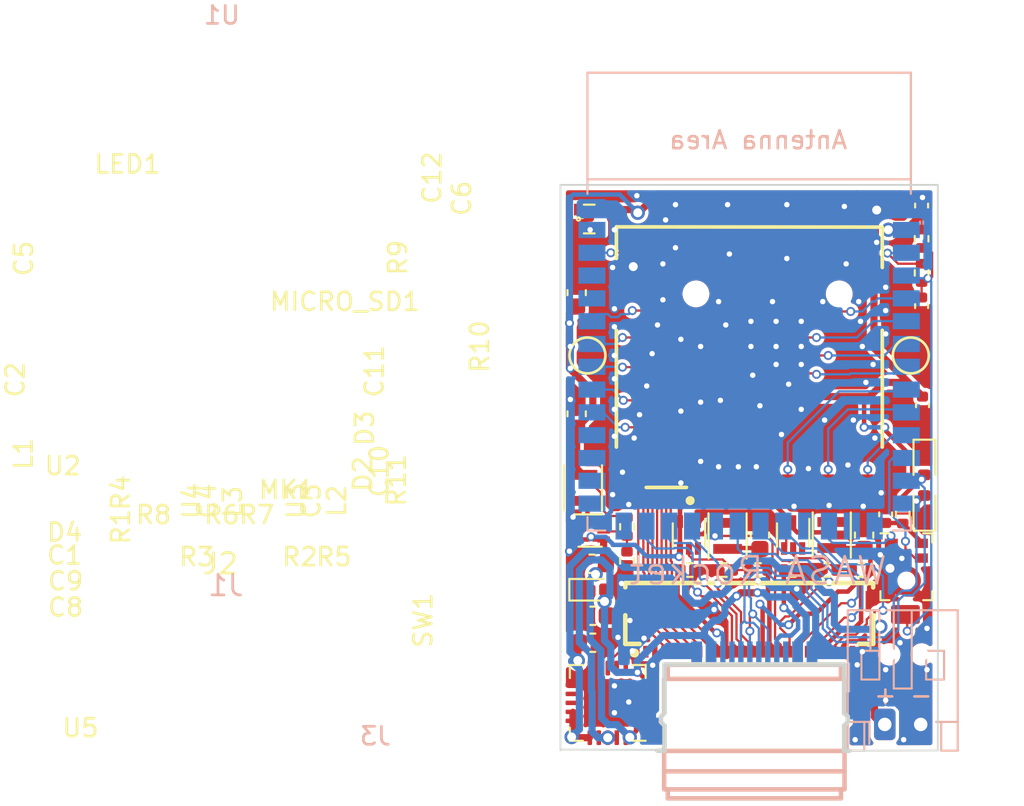
<source format=kicad_pcb>
(kicad_pcb (version 20240108) (generator "pcbnew") (generator_version "8.0")
  (layers (0 "F.Cu" signal) (31 "B.Cu" signal) (34 "B.Paste" user) (35 "F.Paste" user) (36 "B.SilkS" user "B.Silkscreen") (37 "F.SilkS" user "F.Silkscreen") (38 "B.Mask" user) (39 "F.Mask" user) (44 "Edge.Cuts" user))
  (net 0 "")
  (net 18 "GND")
  (net 19 "VDD")
  (net 20 "+2V8")
  (net 21 "+1V5")
  (net 22 "Net-(U2-SW)")
  (net 23 "Net-(U3-SW)")
  (net 24 "Net-(U4-SW)")
  (net 25 "Net-(U2-FB)")
  (net 26 "Net-(U3-FB)")
  (net 27 "Net-(U4-FB)")
  (net 36 "SPI_CS")
  (net 37 "SPI_MOSI")
  (net 38 "SPI_CLK")
  (net 39 "SPI_MISO")
  (net 40 "SD")
  (net 41 "SW")
  (net 42 "USB_D+")
  (net 43 "USB_D-")
  (net 44 "Net-(D4-A2)")
  (net 45 "Net-(J1-CC1)")
  (net 46 "Net-(J1-CC2)")
  (net 47 "EN")
  (net 48 "Net-(U2-EN)")
  (net 49 "Net-(J3-Pin_1)")
  (net 50 "Net-(MK1-VDD)")
  (net 51 "LED")
  (net 52 "D2")
  (net 53 "D1")
  (net 54 "D3")
  (net 55 "D0")
  (net 56 "D4")
  (net 57 "PCLK")
  (net 58 "D5")
  (net 59 "D6")
  (net 60 "XCLK")
  (net 61 "D7")
  (net 62 "HSYNC")
  (net 63 "PWDN")
  (net 64 "VSYNC")
  (net 65 "I2C_SCL")
  (net 66 "I2C_SDA")
  (net 67 "MIC_DATA")
  (net 68 "MIC_CLOCK")
  (net 70 "BAT_STAT")
  (footprint "Resistor_SMD:R_0402_1005Metric" (layer "F.Cu") (at 148.6 111.95 180)
    (property "Reference" "R3")
    (property "Value" "33k")
  )
  (footprint "Inductor_SMD:L_Murata_DFE201610P" (layer "F.Cu") (at 154.6 110 -90)
    (property "Reference" "L2")
    (property "Value" "3.3uH")
  )
  (footprint "Resistor_SMD:R_0402_1005Metric" (layer "F.Cu") (at 156.24 111.95 180)
    (property "Reference" "R5")
    (property "Value" "200k")
  )
  (footprint "Resistor_SMD:R_0402_1005Metric" (layer "F.Cu") (at 152.44 111.95)
    (property "Reference" "R7")
    (property "Value" "4.7k")
  )
  (footprint "Resistor_SMD:R_0402_1005Metric" (layer "F.Cu") (at 143.2 111.44 -90)
    (property "Reference" "R1")
    (property "Value" "22k")
  )
  (footprint "WOBCLibrary:LED_XL-1615RGBC-WS2812B" (layer "F.Cu") (at 141.1 92.4)
    (property "Reference" "LED1")
    (property "Value" "WS2812B")
  )
  (footprint "Capacitor_SMD:C_0402_1005Metric" (layer "F.Cu") (at 159.65 102.77 90)
    (property "Reference" "C11")
    (property "Value" "1uF")
  )
  (footprint "Diode_SMD:D_SOD-523" (layer "F.Cu") (at 159.75 108.5 90)
    (property "Reference" "D2")
    (property "Value" "ESD9B5.0ST5G")
  )
  (footprint "Resistor_SMD:R_0402_1005Metric" (layer "F.Cu") (at 158.55 108.85 -90)
    (property "Reference" "R11")
    (property "Value" "330")
  )
  (footprint "Capacitor_SMD:C_0603_1608Metric" (layer "F.Cu") (at 156.4 110 90)
    (property "Reference" "C3")
    (property "Value" "10µF")
  )
  (footprint "Capacitor_SMD:C_0603_1608Metric" (layer "F.Cu") (at 150.6 110 90)
    (property "Reference" "C4")
    (property "Value" "10µF")
  )
  (footprint "Capacitor_SMD:C_0603_1608Metric" (layer "F.Cu") (at 141.3 114.5 180)
    (property "Reference" "C8")
    (property "Value" "10µF")
  )
  (footprint "Inductor_SMD:L_Murata_DFE201610P" (layer "F.Cu") (at 140.75 107.375 90)
    (property "Reference" "L1")
    (property "Value" "3.3uH")
  )
  (footprint "Resistor_SMD:R_0402_1005Metric" (layer "F.Cu") (at 150.5 111.95)
    (property "Reference" "R6")
    (property "Value" "51k")
  )
  (footprint "Capacitor_SMD:C_0603_1608Metric" (layer "F.Cu") (at 140.4 96.5 90)
    (property "Reference" "C5")
    (property "Value" "10µF")
  )
  (footprint "Capacitor_SMD:C_0402_1005Metric" (layer "F.Cu") (at 157.6 108.85 -90)
    (property "Reference" "C10")
    (property "Value" "1uF")
  )
  (footprint "Diode_SMD:D_SOD-523" (layer "F.Cu") (at 141.25 113.05)
    (property "Reference" "D4")
    (property "Value" "ESD9B5.0ST5G")
  )
  (footprint "Package_TO_SOT_SMD:SOT-563" (layer "F.Cu") (at 141.15 109.75)
    (property "Reference" "U2")
    (property "Value" "TPS62A0x")
  )
  (footprint "Package_DFN_QFN:QFN-20-1EP_4x4mm_P0.5mm_EP2.5x2.5mm" (layer "F.Cu") (at 142.13125 119.35 180)
    (property "Reference" "U5")
    (property "Value" "MCP73871")
  )
  (footprint "WOBCLibrary:FPC-SMD_24P-P0.50_HCTL_HC-FPC-05-10-24RLTAG" (layer "F.Cu") (at 150 115.095)
    (property "Reference" "J2")
    (property "Value" "Conn_01x24_Shielded" (hide yes))
  )
  (footprint "Package_TO_SOT_SMD:SOT-563" (layer "F.Cu") (at 146.65 110 -90)
    (property "Reference" "U4")
    (property "Value" "TPS62A0x")
  )
  (footprint "WOBCLibrary:TF-01A" (layer "F.Cu") (at 150.0114 100.1 180)
    (property "Reference" "MICRO_SD1")
    (property "Value" "TF-01A")
  )
  (footprint "Capacitor_SMD:C_0402_1005Metric" (layer "F.Cu") (at 159.6 91.65 -90)
    (property "Reference" "C12")
    (property "Value" "1uF")
  )
  (footprint "Capacitor_SMD:C_0603_1608Metric" (layer "F.Cu") (at 141.3 116)
    (property "Reference" "C9")
    (property "Value" "10µF")
  )
  (footprint "Capacitor_SMD:C_0603_1608Metric" (layer "F.Cu") (at 141.25 111.6 180)
    (property "Reference" "C1")
    (property "Value" "10µF")
  )
  (footprint "Resistor_SMD:R_0402_1005Metric" (layer "F.Cu") (at 159.6 95.4 90)
    (property "Reference" "R10")
    (property "Value" "4.7k")
  )
  (footprint "Resistor_SMD:R_0402_1005Metric" (layer "F.Cu") (at 146.7 111.95)
    (property "Reference" "R8")
    (property "Value" "4.7k")
  )
  (footprint "Resistor_SMD:R_0402_1005Metric" (layer "F.Cu") (at 143.2 109.54 -90)
    (property "Reference" "R4")
    (property "Value" "100k")
  )
  (footprint "Resistor_SMD:R_0402_1005Metric" (layer "F.Cu") (at 154.34 111.95 180)
    (property "Reference" "R2")
    (property "Value" "51k")
  )
  (footprint "Resistor_SMD:R_0402_1005Metric" (layer "F.Cu") (at 159.6 93.5 -90)
    (property "Reference" "R9")
    (property "Value" "100k")
  )
  (footprint "Inductor_SMD:L_Murata_DFE201610P" (layer "F.Cu") (at 148.8 110.05 -90)
    (property "Reference" "L3")
    (property "Value" "3.3uH")
  )
  (footprint "WOBCLibrary:TVAF06-A020B-R" (layer "F.Cu") (at 158.7 116.65)
    (property "Reference" "SW1")
    (property "Value" "SW_Push")
  )
  (footprint "Sensor_Audio:Knowles_LGA-5_3.5x2.65mm" (layer "F.Cu") (at 158.75 111.7675)
    (property "Reference" "MK1")
    (property "Value" "SPH0641LU4H-1")
  )
  (footprint "Capacitor_SMD:C_0603_1608Metric" (layer "F.Cu") (at 140.4 103.25 90)
    (property "Reference" "C2")
    (property "Value" "10µF")
  )
  (footprint "Diode_SMD:D_SOD-523" (layer "F.Cu") (at 159.75 105.95 -90)
    (property "Reference" "D3")
    (property "Value" "ESD9B5.0ST5G")
  )
  (footprint "Package_TO_SOT_SMD:SOT-563" (layer "F.Cu") (at 152.45 110 -90)
    (property "Reference" "U3")
    (property "Value" "TPS62A0x")
  )
  (footprint "Capacitor_SMD:C_0402_1005Metric" (layer "F.Cu") (at 159.6 97.25 -90)
    (property "Reference" "C6")
    (property "Value" "1uF")
  )
  (footprint "Connector_JST:JST_PH_S2B-PH-K_1x02_P2.00mm_Horizontal" (layer "B.Cu") (at 157.55 120.55)
    (property "Reference" "J3")
    (property "Value" "LiPo")
  )
  (footprint "WOBCLibrary:USB-C-SMD_SHOUHAN_TYPE-C-16PFS-2JCB0.8-H7.45" (layer "B.Cu") (at 150.302 118.713 180)
    (property "Reference" "J1")
    (property "Value" "TYPE-C 16PFS 2JCB0.8-H7.45 IPX8" (hide yes))
    (fp_line (start 5.211 -1.399) (end 5.012 -1.217) (stroke (width 0.254)) (layer "Edge.Cuts"))
    (fp_line (start 5.211 -1.699) (end 5.211 -1.399) (stroke (width 0.254)) (layer "Edge.Cuts"))
    (fp_line (start 5.012 -1.217) (end 5.012 1.5) (stroke (width 0.254)) (layer "Edge.Cuts"))
    (fp_line (start 5.012 -1.9) (end 5.211 -1.699) (stroke (width 0.254)) (layer "Edge.Cuts"))
    (fp_line (start 5.012 -3.3) (end 5.412 -3.3) (stroke (width 0.254)) (layer "Edge.Cuts"))
    (fp_line (start 5.012 -3.3) (end 5.012 -1.9) (stroke (width 0.254)) (layer "Edge.Cuts"))
    (fp_line (start -4.988 1.5) (end 5.012 1.5) (stroke (width 0.254)) (layer "Edge.Cuts"))
    (fp_line (start -4.988 1.5) (end -4.988 -1.218) (stroke (width 0.254)) (layer "Edge.Cuts"))
    (fp_line (start -4.988 -3.3) (end -5.288 -3.3) (stroke (width 0.254)) (layer "Edge.Cuts"))
    (fp_line (start -4.989 -1.901) (end -5.188 -1.7) (stroke (width 0.254)) (layer "Edge.Cuts"))
    (fp_line (start -4.989 -3.301) (end -4.989 -1.901) (stroke (width 0.254)) (layer "Edge.Cuts"))
    (fp_line (start -5.188 -1.4) (end -4.989 -1.218) (stroke (width 0.254)) (layer "Edge.Cuts"))
    (fp_line (start -5.188 -1.7) (end -5.188 -1.4) (stroke (width 0.254)) (layer "Edge.Cuts"))
  )
  (footprint "PCM_Espressif:ESP32-S3-WROOM-1" (layer "B.Cu") (at 150 100 180)
    (property "Reference" "U1")
    (property "Value" "ESP32-S3-WROOM-1")
  )
  (gr_circle (center 141 100) (end 142 100) (stroke (width 0.15)) (fill none) (layer "F.SilkS"))
  (gr_circle (center 159 100) (end 160 100) (stroke (width 0.15)) (fill none) (layer "F.SilkS"))
  (gr_line (start 139.5 90.5) (end 160.5 90.5) (stroke (width 0.1)) (layer "Edge.Cuts"))
  (gr_line (start 139.53125 121.95) (end 144.92125 121.963) (stroke (width 0.1)) (layer "Edge.Cuts"))
  (gr_line (start 160.5 122) (end 155.59 122.013) (stroke (width 0.1)) (layer "Edge.Cuts"))
  (gr_line (start 160.5 90.5) (end 160.5 122) (stroke (width 0.1)) (layer "Edge.Cuts"))
  (gr_line (start 139.5 122) (end 139.5 90.5) (stroke (width 0.1)) (layer "Edge.Cuts"))
  (gr_text "WASA Rocket" (at 150.5 112 0) (layer "B.SilkS") (effects (font (size 1.5 1.5)) (justify mirror)))
  (gr_text "- +" (at 160.3 119.5 0) (layer "B.SilkS") (effects (font (size 1 1)) (justify left bottom mirror)))
  (segment (start 156.4 109.225) (end 157.255 108.37) (width 0.25) (layer "F.Cu") (net 18))
  (segment (start 147.633 113.733) (end 146.935979 113.733) (width 0.25) (layer "F.Cu") (net 18))
  (segment (start 159.827 113.677) (end 159.3875 113.2375) (width 0.4) (layer "F.Cu") (net 18))
  (segment (start 159.6 97.73) (end 158.93 97.73) (width 0.127) (layer "F.Cu") (net 18))
  (segment (start 143.35 119.35) (end 143.3 119.3) (width 0.25) (layer "F.Cu") (net 18))
  (segment (start 140.55 113.05) (end 140.55 114.475) (width 0.4) (layer "F.Cu") (net 18))
  (segment (start 157.9125 111.7875) (end 157.842194 111.857806) (width 0.25) (layer "F.Cu") (net 18))
  (segment (start 151.85 111.4395) (end 152.199826 111.4395) (width 0.127) (layer "F.Cu") (net 18))
  (segment (start 156.004382 115.923) (end 156.3 116.218618) (width 0.25) (layer "F.Cu") (net 18))
  (segment (start 143.2 112.75) (end 143.365 112.915) (width 0.25) (layer "F.Cu") (net 18))
  (segment (start 152.95 109.25) (end 152.95 108.55) (width 0.25) (layer "F.Cu") (net 18))
  (segment (start 157.6 108.37) (end 158 107.97) (width 0.25) (layer "F.Cu") (net 18))
  (segment (start 158 95.448529) (end 158 95.8) (width 0.4) (layer "F.Cu") (net 18))
  (segment (start 155.495618 115.923) (end 156.004382 115.923) (width 0.25) (layer "F.Cu") (net 18))
  (segment (start 147.15 109.25) (end 147.675 108.725) (width 0.25) (layer "F.Cu") (net 18))
  (segment (start 152.95 108.55) (end 153.2816 108.2184) (width 0.25) (layer "F.Cu") (net 18))
  (segment (start 143.2 111.95) (end 142.9 112.7) (width 0.25) (layer "F.Cu") (net 18))
  (segment (start 152.95 112.75) (end 152.7 113) (width 0.25) (layer "F.Cu") (net 18))
  (segment (start 156.5 116.418618) (end 156.5 116.745893) (width 0.25) (layer "F.Cu") (net 18))
  (segment (start 156.581382 116.5) (end 156.5 116.418618) (width 0.25) (layer "F.Cu") (net 18))
  (segment (start 155.25 116.5) (end 155.25 116.168618) (width 0.25) (layer "F.Cu") (net 18))
  (segment (start 157.05 104.55) (end 157 104.6) (width 0.127) (layer "F.Cu") (net 18))
  (segment (start 159.75 109.2) (end 159.3505 108.8005) (width 0.127) (layer "F.Cu") (net 18))
  (segment (start 140.475 111.6) (end 140.475 112.975) (width 0.4) (layer "F.Cu") (net 18))
  (segment (start 153.05 106.05) (end 153.3 106.3) (width 0.4) (layer "F.Cu") (net 18))
  (segment (start 140.475 92.925) (end 140.475 95.65) (width 0.25) (layer "F.Cu") (net 18))
  (segment (start 159.3875 113.2375) (end 158.75 113.2375) (width 0.4) (layer "F.Cu") (net 18))
  (segment (start 154.3488 108.2488) (end 153.312 108.2488) (width 0.25) (layer "F.Cu") (net 18))
  (segment (start 157.55 111.2855) (end 157.3645 111.1) (width 0.25) (layer "F.Cu") (net 18))
  (segment (start 157.3645 111.1) (end 157.3 111.1) (width 0.25) (layer "F.Cu") (net 18))
  (segment (start 150.6 109.225) (end 151.5895 110.2145) (width 0.127) (layer "F.Cu") (net 18))
  (segment (start 140.19375 118.35) (end 141.13125 118.35) (width 0.25) (layer "F.Cu") (net 18))
  (segment (start 159.62 91.17) (end 159.65 91.2) (width 0.4) (layer "F.Cu") (net 18))
  (segment (start 140 111.125) (end 140.475 111.6) (width 0.25) (layer "F.Cu") (net 18))
  (segment (start 141.40625 117.4125) (end 141.40625 118.625) (width 0.4) (layer "F.Cu") (net 18))
  (segment (start 157.644512 103.25) (end 157.05 103.844512) (width 0.127) (layer "F.Cu") (net 18))
  (segment (start 140.4 95.725) (end 141.1002 95.725) (width 0.4) (layer "F.Cu") (net 18))
  (segment (start 158.7 118.875) (end 158.7 119.85) (width 0.4) (layer "F.Cu") (net 18))
  (segment (start 156.5 116.745893) (end 156.015 117.230893) (width 0.25) (layer "F.Cu") (net 18))
  (segment (start 148.09 111.95) (end 147.21 111.95) (width 0.25) (layer "F.Cu") (net 18))
  (segment (start 142.1752 104.8248) (end 142.1752 105.725) (width 0.4) (layer "F.Cu") (net 18))
  (segment (start 142.1752 98.0752) (end 142.5 98.4) (width 0.4) (layer "F.Cu") (net 18))
  (segment (start 142.1752 96.4248) (end 143.55 95.05) (width 0.4) (layer "F.Cu") (net 18))
  (segment (start 140.475 112.975) (end 140.55 113.05) (width 0.4) (layer "F.Cu") (net 18))
  (segment (start 148.7265 116.4765) (end 148.7265 114.8265) (width 0.25) (layer "F.Cu") (net 18))
  (segment (start 158 96.6) (end 158 96.8) (width 0.4) (layer "F.Cu") (net 18))
  (segment (start 140.201693 111.326693) (end 140.475 111.6) (width 0.4) (layer "F.Cu") (net 18))
  (segment (start 157.05 103.844512) (end 157.05 104.55) (width 0.127) (layer "F.Cu") (net 18))
  (segment (start 148.05 114.15) (end 147.633 113.733) (width 0.25) (layer "F.Cu") (net 18))
  (segment (start 142.5 97.4) (end 142.1752 97.7248) (width 0.4) (layer "F.Cu") (net 18))
  (segment (start 157.05 104.65) (end 157.05 105.55) (width 0.127) (layer "F.Cu") (net 18))
  (segment (start 142.425 115.7) (end 142.7 115.7) (width 0.4) (layer "F.Cu") (net 18))
  (segment (start 159.6 91.17) (end 159.62 91.17) (width 0.4) (layer "F.Cu") (net 18))
  (segment (start 157.2 110.9355) (end 157.2 110.025) (width 0.25) (layer "F.Cu") (net 18))
  (segment (start 159.9 115.2) (end 159.827 113.677) (width 0.4) (layer "F.Cu") (net 18))
  (segment (start 154.45 108.35) (end 154.3488 108.2488) (width 0.25) (layer "F.Cu") (net 18))
  (segment (start 142.1752 104.1752) (end 142.5 104.5) (width 0.4) (layer "F.Cu") (net 18))
  (segment (start 159.6 103.3) (end 159.65 103.25) (width 0.127) (layer "F.Cu") (net 18))
  (segment (start 142.1752 96.8) (end 142.1752 96.4248) (width 0.4) (layer "F.Cu") (net 18))
  (segment (start 142.5 97.4) (end 142.1752 97.0752) (width 0.4) (layer "F.Cu") (net 18))
  (segment (start 141.40625 117.4125) (end 141.60625 117.4125) (width 0.4) (layer "F.Cu") (net 18))
  (segment (start 146.935979 113.733) (end 146.3925 113.189521) (width 0.25) (layer "F.Cu") (net 18))
  (segment (start 148.8427 112.55) (end 150.5 112.55) (width 0.25) (layer "F.Cu") (net 18))
  (segment (start 158 107.97) (end 158 106.5) (width 0.25) (layer "F.Cu") (net 18))
  (segment (start 156.3 116.218618) (end 156.3 116.5) (width 0.25) (layer "F.Cu") (net 18))
  (segment (start 144.06875 119.35) (end 143.35 119.35) (width 0.25) (layer "F.Cu") (net 18))
  (segment (start 141.40625 118.625) (end 142.13125 119.35) (width 0.4) (layer "F.Cu") (net 18))
  (segment (start 155.25 116.168618) (end 155.495618 115.923) (width 0.25) (layer "F.Cu") (net 18))
  (segment (start 148.75 116.5) (end 148.7265 116.4765) (width 0.25) (layer "F.Cu") (net 18))
  (segment (start 157.023 94.471529) (end 158 95.448529) (width 0.4) (layer "F.Cu") (net 18))
  (segment (start 153.05 103.15) (end 153.05 106.05) (width 0.4) (layer "F.Cu") (net 18))
  (segment (start 150.1 108.725) (end 150.6 109.225) (width 0.25) (layer "F.Cu") (net 18))
  (segment (start 142.1752 99.6752) (end 142.5 100) (width 0.4) (layer "F.Cu") (net 18))
  (segment (start 153.2816 108.2184) (end 153.2816 107.2738) (width 0.25) (layer "F.Cu") (net 18))
  (segment (start 158.0305 108.8005) (end 157.6 108.37) (width 0.127) (layer "F.Cu") (net 18))
  (segment (start 142.5 104.5) (end 142.1752 104.8248) (width 0.4) (layer "F.Cu") (net 18))
  (segment (start 158.93 97.73) (end 158 96.8) (width 0.127) (layer "F.Cu") (net 18))
  (segment (start 152.95 111.95) (end 152.95 112.75) (width 0.25) (layer "F.Cu") (net 18))
  (segment (start 159.6 104.25) (end 159.75 104.4) (width 0.127) (layer "F.Cu") (net 18))
  (segment (start 157.125 113.2) (end 158.75 113.2) (width 0.25) (layer "F.Cu") (net 18))
  (segment (start 142.5 100) (end 142.1752 100.3248) (width 0.4) (layer "F.Cu") (net 18))
  (segment (start 143.3 119.3) (end 143.25 119.35) (width 0.25) (layer "F.Cu") (net 18))
  (segment (start 154.5512 108.2488) (end 154.45 108.35) (width 0.25) (layer "F.Cu") (net 18))
  (segment (start 153.05 106.55) (end 153.05 107.0422) (width 0.4) (layer "F.Cu") (net 18))
  (segment (start 152.9 103) (end 153.05 103.15) (width 0.4) (layer "F.Cu") (net 18))
  (segment (start 153.312 108.2488) (end 153.2816 108.2184) (width 0.25) (layer "F.Cu") (net 18))
  (segment (start 158.286802 113.2) (end 158.75 113.2) (width 0.25) (layer "F.Cu") (net 18))
  (segment (start 142.13125 119.35) (end 141.10625 118.325) (width 0.4) (layer "F.Cu") (net 18))
  (segment (start 158.7 118.875) (end 158.7 116.383274) (width 0.4) (layer "F.Cu") (net 18))
  (segment (start 141.13125 117.4125) (end 141.40625 117.4125) (width 0.4) (layer "F.Cu") (net 18))
  (segment (start 157.1 91.9) (end 157.023 91.977) (width 0.4) (layer "F.Cu") (net 18))
  (segment (start 142.5 103) (end 142.1752 103.3248) (width 0.4) (layer "F.Cu") (net 18))
  (segment (start 152.7 113) (end 152.65 113) (width 0.25) (layer "F.Cu") (net 18))
  (segment (start 156.635 113.69) (end 157.125 113.2) (width 0.25) (layer "F.Cu") (net 18))
  (segment (start 146.478 112.522) (end 146.4853 112.522) (width 0.25) (layer "F.Cu") (net 18))
  (segment (start 144.123713 117.25) (end 144.63125 117.25) (width 0.25) (layer "F.Cu") (net 18))
  (segment (start 158.3 106.8) (end 158 106.5) (width 0.127) (layer "F.Cu") (net 18))
  (segment (start 142.1752 105.725) (end 142.9502 106.5) (width 0.4) (layer "F.Cu") (net 18))
  (segment (start 152.199826 111.4395) (end 152.710326 111.95) (width 0.127) (layer "F.Cu") (net 18))
  (segment (start 157 104.6) (end 157.05 104.65) (width 0.127) (layer "F.Cu") (net 18))
  (segment (start 157.6 96.2) (end 158 96.6) (width 0.4) (layer "F.Cu") (net 18))
  (segment (start 157.023 93.777) (end 157.023 94.471529) (width 0.4) (layer "F.Cu") (net 18))
  (segment (start 157.023 93.623) (end 157.1 93.7) (width 0.4) (layer "F.Cu") (net 18))
  (segment (start 156.4 109.225) (end 155.4238 108.2488) (width 0.25) (layer "F.Cu") (net 18))
  (segment (start 141.13125 118.35) (end 142.13125 119.35) (width 0.25) (layer "F.Cu") (net 18))
  (segment (start 157.023 91.977) (end 157.023 93.623) (width 0.4) (layer "F.Cu") (net 18))
  (segment (start 142.1752 101.6248) (end 142.1752 102.6752) (width 0.4) (layer "F.Cu") (net 18))
  (segment (start 153.05 107.0422) (end 153.2816 107.2738) (width 0.4) (layer "F.Cu") (net 18))
  (segment (start 148.7265 114.8265) (end 148.05 114.15) (width 0.25) (layer "F.Cu") (net 18))
  (segment (start 156.3 116.5) (end 156.581382 116.5) (width 0.25) (layer "F.Cu") (net 18))
  (segment (start 142.7 115.425) (end 143.365 114.76) (width 0.4) (layer "F.Cu") (net 18))
  (segment (start 140.475 95.65) (end 140.4 95.725) (width 0.25) (layer "F.Cu") (net 18))
  (segment (start 142.5 101.3) (end 142.1752 101.6248) (width 0.4) (layer "F.Cu") (net 18))
  (segment (start 142.1752 100.9752) (end 142.5 101.3) (width 0.4) (layer "F.Cu") (net 18))
  (segment (start 159.827 115.256274) (end 159.9 115.2) (width 0.4) (layer "F.Cu") (net 18))
  (segment (start 148.09 111.95) (end 148.2427 111.95) (width 0.25) (layer "F.Cu") (net 18))
  (segment (start 141.1002 95.725) (end 142.1752 96.8) (width 0.4) (layer "F.Cu") (net 18))
  (segment (start 140.575 114.5) (end 142.075 116) (width 0.4) (layer "F.Cu") (net 18))
  (segment (start 143.365 114.76) (end 143.365 113.69) (width 0.4) (layer "F.Cu") (net 18))
  (segment (start 151.5895 111.179) (end 151.85 111.4395) (width 0.127) (layer "F.Cu") (net 18))
  (segment (start 142.1752 103.3248) (end 142.1752 104.1752) (width 0.4) (layer "F.Cu") (net 18))
  (segment (start 154.5 103) (end 158 106.5) (width 0.4) (layer "F.Cu") (net 18))
  (segment (start 153.3 106.3) (end 153.05 106.55) (width 0.4) (layer "F.Cu") (net 18))
  (segment (start 143.25 119.35) (end 142.13125 119.35) (width 0.25) (layer "F.Cu") (net 18))
  (segment (start 140.0745 102.475) (end 140.4 102.475) (width 0.4) (layer "F.Cu") (net 18))
  (segment (start 141.40625 117.05) (end 141.40625 117.4125) (width 0.4) (layer "F.Cu") (net 18))
  (segment (start 142.075 116.05) (end 142.425 115.7) (width 0.4) (layer "F.Cu") (net 18))
  (segment (start 157.255 108.37) (end 157.6 108.37) (width 0.25) (layer "F.Cu") (net 18))
  (segment (start 157.05 105.55) (end 158 106.5) (width 0.127) (layer "F.Cu") (net 18))
  (segment (start 140.4 109.25) (end 140.2 109) (width 0.25) (layer "F.Cu") (net 18))
  (segment (start 143.5 116.45) (end 143.5 116.707537) (width 0.25) (layer "F.Cu") (net 18))
  (segment (start 140.55 114.475) (end 140.525 114.5) (width 0.4) (layer "F.Cu") (net 18))
  (segment (start 155.4238 108.2488) (end 154.5512 108.2488) (width 0.25) (layer "F.Cu") (net 18))
  (segment (start 142.7 115.7) (end 142.7 115.425) (width 0.4) (layer "F.Cu") (net 18))
  (segment (start 153.83 111.95) (end 152.95 111.95) (width 0.25) (layer "F.Cu") (net 18))
  (segment (start 143.365 112.915) (end 143.365 113.69) (width 0.25) (layer "F.Cu") (net 18))
  (segment (start 158.7 119.85) (end 159.4 120.55) (width 0.4) (layer "F.Cu") (net 18))
  (segment (start 142.1752 98.7248) (end 142.1752 99.6752) (width 0.4) (layer "F.Cu") (net 18))
  (segment (start 159.75 104.4) (end 159.75 105.25) (width 0.127) (layer "F.Cu") (net 18))
  (segment (start 152.710326 111.95) (end 152.95 111.95) (width 0.127) (layer "F.Cu") (net 18))
  (segment (start 152.65 113.05) (end 152.586909 113.113091) (width 0.25) (layer "F.Cu") (net 18))
  (segment (start 146.3925 112.6075) (end 146.478 112.522) (width 0.25) (layer "F.Cu") (net 18))
  (segment (start 140.2 109) (end 139.92038 109.25) (width 0.25) (layer "F.Cu") (net 18))
  (segment (start 157.2 110.025) (end 156.4 109.225) (width 0.25) (layer "F.Cu") (net 18))
  (segment (start 146.3925 113.189521) (end 146.3925 112.6075) (width 0.25) (layer "F.Cu") (net 18))
  (segment (start 157.1 93.7) (end 157.023 93.777) (width 0.4) (layer "F.Cu") (net 18))
  (segment (start 157.9125 111.2855) (end 157.9125 112.825698) (width 0.25) (layer "F.Cu") (net 18))
  (segment (start 158.7 116.383274) (end 159.827 115.256274) (width 0.4) (layer "F.Cu") (net 18))
  (segment (start 157.9125 111.2855) (end 157.55 111.2855) (width 0.25) (layer "F.Cu") (net 18))
  (segment (start 142.1752 102.6752) (end 142.5 103) (width 0.4) (layer "F.Cu") (net 18))
  (segment (start 142.5 98.4) (end 142.1752 98.7248) (width 0.4) (layer "F.Cu") (net 18))
  (segment (start 152.65 113) (end 152.65 113.05) (width 0.25) (layer "F.Cu") (net 18))
  (segment (start 142.075 116) (end 142.075 116.475) (width 0.4) (layer "F.Cu") (net 18))
  (segment (start 152.9 103) (end 154.5 103) (width 0.4) (layer "F.Cu") (net 18))
  (segment (start 140 110.9) (end 140 111.125) (width 0.25) (layer "F.Cu") (net 18))
  (segment (start 143.49475 116.671037) (end 144.087213 117.2635) (width 0.25) (layer "F.Cu") (net 18))
  (segment (start 159.6 104.25) (end 159.6 103.3) (width 0.127) (layer "F.Cu") (net 18))
  (segment (start 151.5895 110.2145) (end 151.5895 111.179) (width 0.127) (layer "F.Cu") (net 18))
  (segment (start 147.675 108.725) (end 150.1 108.725) (width 0.25) (layer "F.Cu") (net 18))
  (segment (start 148.2427 111.95) (end 148.8427 112.55) (width 0.25) (layer "F.Cu") (net 18))
  (segment (start 157.9125 111.2855) (end 157.9125 111.7875) (width 0.25) (layer "F.Cu") (net 18))
  (segment (start 158 95.8) (end 157.6 96.2) (width 0.4) (layer "F.Cu") (net 18))
  (segment (start 140.525 114.5) (end 140.575 114.5) (width 0.4) (layer "F.Cu") (net 18))
  (segment (start 159.65 103.25) (end 157.644512 103.25) (width 0.127) (layer "F.Cu") (net 18))
  (segment (start 157.3 111.0355) (end 157.2 110.9355) (width 0.25) (layer "F.Cu") (net 18))
  (segment (start 146.4853 112.522) (end 147.0573 111.95) (width 0.25) (layer "F.Cu") (net 18))
  (segment (start 142.1752 100.3248) (end 142.1752 100.9752) (width 0.4) (layer "F.Cu") (net 18))
  (segment (start 159.3505 108.8005) (end 158.0305 108.8005) (width 0.127) (layer "F.Cu") (net 18))
  (segment (start 157.9125 112.825698) (end 158.286802 113.2) (width 0.25) (layer "F.Cu") (net 18))
  (segment (start 142.9 112.7) (end 143.2 112.75) (width 0.25) (layer "F.Cu") (net 18))
  (segment (start 147.0573 111.95) (end 147.21 111.95) (width 0.25) (layer "F.Cu") (net 18))
  (segment (start 142.075 116.475) (end 141.5 117.05) (width 0.4) (layer "F.Cu") (net 18))
  (segment (start 140.0495 102.45) (end 140.0745 102.475) (width 0.4) (layer "F.Cu") (net 18))
  (segment (start 142.1752 97.7248) (end 142.1752 98.0752) (width 0.4) (layer "F.Cu") (net 18))
  (segment (start 158 106.5) (end 158 105.85) (width 0.127) (layer "F.Cu") (net 18))
  (segment (start 142.1752 97.0752) (end 142.1752 96.8) (width 0.4) (layer "F.Cu") (net 18))
  (segment (start 157.3 111.1) (end 157.3 111.0355) (width 0.25) (layer "F.Cu") (net 18))
  (via (at 150.6 102.8) (size 0.5) (drill 0.3) (layers "F.Cu" "B.Cu") (net 18))
  (via (at 156.2 98.1) (size 0.5) (drill 0.3) (layers "F.Cu" "B.Cu") (net 18))
  (via (at 157.6 98.8) (size 0.5) (drill 0.3) (layers "F.Cu" "B.Cu") (net 18))
  (via (at 150.4 106.2) (size 0.5) (drill 0.3) (layers "F.Cu" "B.Cu") (net 18))
  (via (at 144.3 101.7) (size 0.5) (drill 0.3) (layers "F.Cu" "B.Cu") (net 18))
  (via (at 142.4 107.75) (size 0.5) (drill 0.3) (layers "F.Cu" "B.Cu") (net 18))
  (via (at 150.2 101.1) (size 0.5) (drill 0.3) (layers "F.Cu" "B.Cu") (net 18))
  (via (at 148.9 94.35) (size 0.5) (drill 0.3) (layers "F.Cu" "B.Cu") (net 18))
  (via (at 142.5 119.9) (size 0.5) (drill 0.3) (layers "F.Cu" "B.Cu") (net 18))
  (via (at 152.65 113) (size 0.5) (drill 0.3) (layers "F.Cu" "B.Cu") (net 18))
  (via (at 157.3 111.1) (size 0.5) (drill 0.3) (layers "F.Cu" "B.Cu") (net 18))
  (via (at 146.2 107.1) (size 0.5) (drill 0.3) (layers "F.Cu" "B.Cu") (net 18))
  (via (at 152.9 103) (size 0.5) (drill 0.3) (layers "F.Cu" "B.Cu") (net 18))
  (via (at 148.7 98.3) (size 0.5) (drill 0.3) (layers "F.Cu" "B.Cu") (net 18))
  (via (at 143.5 116.45) (size 0.5) (drill 0.3) (layers "F.Cu" "B.Cu") (net 18))
  (via (at 148.05 114.15) (size 0.5) (drill 0.3) (layers "F.Cu" "B.Cu") (net 18))
  (via (at 150.1 99.5) (size 0.5) (drill 0.3) (layers "F.Cu" "B.Cu") (net 18))
  (via (at 156.3 116.5) (size 0.5) (drill 0.3) (layers "F.Cu" "B.Cu") (net 18))
  (via (at 143.3 119.3) (size 0.5) (drill 0.3) (layers "F.Cu" "B.Cu") (net 18))
  (via (at 154.45 108.35) (size 0.5) (drill 0.3) (layers "F.Cu" "B.Cu") (net 18))
  (via (at 154.1 97) (size 0.5) (drill 0.3) (layers "F.Cu" "B.Cu") (net 18))
  (via (at 142.5 97.4) (size 0.5) (drill 0.3) (layers "F.Cu" "B.Cu") (net 18))
  (via (at 148.3 97) (size 0.5) (drill 0.3) (layers "F.Cu" "B.Cu") (net 18))
  (via (at 158.4 116) (size 0.5) (drill 0.3) (layers "F.Cu" "B.Cu") (net 18))
  (via (at 146.2 99.1) (size 0.5) (drill 0.3) (layers "F.Cu" "B.Cu") (net 18))
  (via (at 150.5 112.55) (size 0.5) (drill 0.3) (layers "F.Cu" "B.Cu") (net 18))
  (via (at 142.9502 106.5) (size 0.5) (drill 0.3) (layers "F.Cu" "B.Cu") (net 18))
  (via (at 142.5 98.4) (size 0.5) (drill 0.3) (layers "F.Cu" "B.Cu") (net 18))
  (via (at 142.5 100) (size 0.5) (drill 0.3) (layers "F.Cu" "B.Cu") (net 18))
  (via (at 152.9 100.5) (size 0.5) (drill 0.3) (layers "F.Cu" "B.Cu") (net 18))
  (via (at 151.5 100.5) (size 0.5) (drill 0.3) (layers "F.Cu" "B.Cu") (net 18))
  (via (at 145.9 94) (size 0.5) (drill 0.3) (layers "F.Cu" "B.Cu") (net 18))
  (via (at 145.2 94.9) (size 0.5) (drill 0.3) (layers "F.Cu" "B.Cu") (net 18))
  (via (at 146.2 103.1) (size 0.5) (drill 0.3) (layers "F.Cu" "B.Cu") (net 18))
  (via (at 157.6 97.5) (size 0.5) (drill 0.3) (layers "F.Cu" "B.Cu") (net 18))
  (via (at 151.3 97) (size 0.5) (drill 0.3) (layers "F.Cu" "B.Cu") (net 18))
  (via (at 147.3 99.5) (size 0.5) (drill 0.3) (layers "F.Cu" "B.Cu") (net 18))
  (via (at 151.8 104.4) (size 0.5) (drill 0.3) (layers "F.Cu" "B.Cu") (net 18))
  (via (at 142.7 115.7) (size 0.5) (drill 0.3) (layers "F.Cu" "B.Cu") (net 18))
  (via (at 156.3 99.5) (size 0.5) (drill 0.3) (layers "F.Cu" "B.Cu") (net 18))
  (via (at 158.6 121.4) (size 0.5) (drill 0.3) (layers "F.Cu" "B.Cu") (net 18))
  (via (at 147.3 105.9) (size 0.5) (drill 0.3) (layers "F.Cu" "B.Cu") (net 18))
  (via (at 159.9 115.2) (size 0.5) (drill 0.3) (layers "F.Cu" "B.Cu") (net 18))
  (via (at 157 104.6) (size 0.5) (drill 0.3) (layers "F.Cu" "B.Cu") (net 18))
  (via (at 156.015 117.230893) (size 0.5) (drill 0.3) (layers "F.Cu" "B.Cu") (net 18))
  (via (at 157.1 91.9) (size 0.8) (drill 0.5) (layers "F.Cu" "B.Cu") (net 18))
  (via (at 143.75 91.1) (size 0.5) (drill 0.3) (layers "F.Cu" "B.Cu") (net 18))
  (via (at 155.9 121.4) (size 0.5) (drill 0.3) (layers "F.Cu" "B.Cu") (net 18))
  (via (at 157.35 107.65) (size 0.5) (drill 0.3) (layers "F.Cu" "B.Cu") (net 18))
  (via (at 143.6 104.6) (size 0.5) (drill 0.3) (layers "F.Cu" "B.Cu") (net 18))
  (via (at 143.365 114.76) (size 0.5) (drill 0.3) (layers "F.Cu" "B.Cu") (net 18))
  (via (at 155.8 103.6) (size 0.5) (drill 0.3) (layers "F.Cu" "B.Cu") (net 18))
  (via (at 143.55 95.05) (size 0.8) (drill 0.5) (layers "F.Cu" "B.Cu") (net 18))
  (via (at 142.5 103) (size 0.5) (drill 0.3) (layers "F.Cu" "B.Cu") (net 18))
  (via (at 152.5 108.4) (size 0.5) (drill 0.3) (layers "F.Cu" "B.Cu") (net 18))
  (via (at 155.3 91.7) (size 0.5) (drill 0.3) (layers "F.Cu" "B.Cu") (net 18))
  (via (at 149.4 106.2) (size 0.5) (drill 0.3) (layers "F.Cu" "B.Cu") (net 18))
  (via (at 144.9 98.3) (size 0.5) (drill 0.3) (layers "F.Cu" "B.Cu") (net 18))
  (via (at 153.3 106.3) (size 0.5) (drill 0.3) (layers "F.Cu" "B.Cu") (net 18))
  (via (at 147.3 102.6) (size 0.5) (drill 0.3) (layers "F.Cu" "B.Cu") (net 18))
  (via (at 157.6 119.2) (size 0.5) (drill 0.3) (layers "F.Cu" "B.Cu") (net 18))
  (via (at 157.1 93.7) (size 0.5) (drill 0.3) (layers "F.Cu" "B.Cu") (net 18))
  (via (at 152.2 101.6) (size 0.5) (drill 0.3) (layers "F.Cu" "B.Cu") (net 18))
  (via (at 142.4 95.1) (size 0.5) (drill 0.3) (layers "F.Cu" "B.Cu") (net 18))
  (via (at 145.35 92.45) (size 0.5) (drill 0.3) (layers "F.Cu" "B.Cu") (net 18))
  (via (at 157.842194 111.857806) (size 0.8) (drill 0.5) (layers "F.Cu" "B.Cu") (net 18))
  (via (at 144.6 99.9) (size 0.5) (drill 0.3) (layers "F.Cu" "B.Cu") (net 18))
  (via (at 148.4 102.5) (size 0.5) (drill 0.3) (layers "F.Cu" "B.Cu") (net 18))
  (via (at 152.1 91.6) (size 0.5) (drill 0.3) (layers "F.Cu" "B.Cu") (net 18))
  (via (at 150.1 98.1) (size 0.5) (drill 0.3) (layers "F.Cu" "B.Cu") (net 18))
  (via (at 143.3 108.3) (size 0.5) (drill 0.3) (layers "F.Cu" "B.Cu") (net 18))
  (via (at 142.5 104.5) (size 0.5) (drill 0.3) (layers "F.Cu" "B.Cu") (net 18))
  (via (at 152.9 99.5) (size 0.5) (drill 0.3) (layers "F.Cu" "B.Cu") (net 18))
  (via (at 148.8 91.6) (size 0.5) (drill 0.3) (layers "F.Cu" "B.Cu") (net 18))
  (via (at 158.5 111.3) (size 0.5) (drill 0.3) (layers "F.Cu" "B.Cu") (net 18))
  (via (at 142.5 101.3) (size 0.5) (drill 0.3) (layers "F.Cu" "B.Cu") (net 18))
  (via (at 145.9 91.6) (size 0.5) (drill 0.3) (layers "F.Cu" "B.Cu") (net 18))
  (via (at 143.9 103.3) (size 0.5) (drill 0.3) (layers "F.Cu" "B.Cu") (net 18))
  (via (at 156.1 97) (size 0.5) (drill 0.3) (layers "F.Cu" "B.Cu") (net 18))
  (via (at 157.6 96.2) (size 0.5) (drill 0.3) (layers "F.Cu" "B.Cu") (net 18))
  (via (at 155.4 94.9) (size 0.5) (drill 0.3) (layers "F.Cu" "B.Cu") (net 18))
  (via (at 140 110.9) (size 0.5) (drill 0.3) (layers "F.Cu" "B.Cu") (net 18))
  (via (at 152.1 94.6) (size 0.5) (drill 0.3) (layers "F.Cu" "B.Cu") (net 18))
  (via (at 156.9 100.5) (size 0.5) (drill 0.3) (layers "F.Cu" "B.Cu") (net 18))
  (via (at 148.3 106.2) (size 0.5) (drill 0.3) (layers "F.Cu" "B.Cu") (net 18))
  (via (at 142.5 118.4) (size 0.5) (drill 0.3) (layers "F.Cu" "B.Cu") (net 18))
  (via (at 145.2 96.9) (size 0.5) (drill 0.3) (layers "F.Cu" "B.Cu") (net 18))
  (via (at 140.2 109) (size 0.5) (drill 0.3) (layers "F.Cu" "B.Cu") (net 18))
  (via (at 152.9 98.1) (size 0.5) (drill 0.3) (layers "F.Cu" "B.Cu") (net 18))
  (via (at 151.5 98.1) (size 0.5) (drill 0.3) (layers "F.Cu" "B.Cu") (net 18))
  (via (at 159.9 117.5) (size 0.5) (drill 0.3) (layers "F.Cu" "B.Cu") (net 18))
  (via (at 159.65 91.2) (size 0.5) (drill 0.3) (layers "F.Cu" "B.Cu") (net 18))
  (via (at 142.5 93) (size 0.5) (drill 0.3) (layers "F.Cu" "B.Cu") (net 18))
  (via (at 140.0495 102.45) (size 0.5) (drill 0.3) (layers "F.Cu" "B.Cu") (net 18))
  (via (at 151.5 99.5) (size 0.5) (drill 0.3) (layers "F.Cu" "B.Cu") (net 18))
  (via (at 157.6 117.5) (size 0.5) (drill 0.3) (layers "F.Cu" "B.Cu") (net 18))
  (via (at 156.5 101.5) (size 0.5) (drill 0.3) (layers "F.Cu" "B.Cu") (net 18))
  (via (at 144.15 115.75) (size 0.5) (drill 0.3) (layers "F.Cu" "B.Cu") (net 18))
  (via (at 142.9 112.7) (size 0.5) (drill 0.3) (layers "F.Cu" "B.Cu") (net 18))
  (via (at 156.35 108.4) (size 0.5) (drill 0.3) (layers "F.Cu" "B.Cu") (net 18))
  (via (at 144.63125 117.25) (size 0.5) (drill 0.3) (layers "F.Cu" "B.Cu") (net 18))
  (via (at 155.5 106.1) (size 0.5) (drill 0.3) (layers "F.Cu" "B.Cu") (net 18))
  (via (at 154.2 103.6) (size 0.5) (drill 0.3) (layers "F.Cu" "B.Cu") (net 18))
  (segment (start 140.4 109.3) (end 141.706382 109.3) (width 0.25) (layer "B.Cu") (net 18))
  (segment (start 146.59 114.76) (end 143.365 114.76) (width 0.25) (layer "B.Cu") (net 18))
  (segment (start 140.2 109) (end 140.2 110.7) (width 0.25) (layer "B.Cu") (net 18))
  (segment (start 150.1 98.1) (end 150.1 99.46) (width 0.4) (layer "B.Cu") (net 18))
  (segment (start 151.5 98.1) (end 151.5 98.06) (width 0.4) (layer "B.Cu") (net 18))
  (segment (start 152.396819 112.923) (end 151.26682 112.923) (width 0.4) (layer "B.Cu") (net 18))
  (segment (start 152.9 96.15) (end 152.9 98.06) (width 0.4) (layer "B.Cu") (net 18))
  (segment (start 143.55 93.29) (end 142 91.74) (width 0.4) (layer "B.Cu") (net 18))
  (segment (start 157.6 119.2) (end 157.748 119.348) (width 0.4) (layer "B.Cu") (net 18))
  (segment (start 144.62025 117.239) (end 144.63125 117.25) (width 0.4) (layer "B.Cu") (net 18))
  (segment (start 152.9 103) (end 152.9 100.86) (width 0.4) (layer "B.Cu") (net 18))
  (segment (start 156.185 119.348) (end 157.452 119.348) (width 0.4) (layer "B.Cu") (net 18))
  (segment (start 140.2 110.7) (end 140 110.9) (width 0.25) (layer "B.Cu") (net 18))
  (segment (start 147.08 116.501) (end 145.149 116.501) (width 0.4) (layer "B.Cu") (net 18))
  (segment (start 150.1 98.06) (end 150.1 98.1) (width 0.4) (layer "B.Cu") (net 18))
  (segment (start 159.29 91.2) (end 158.75 91.74) (width 0.4) (layer "B.Cu") (net 18))
  (segment (start 140.2 109.1) (end 140.4 109.3) (width 0.25) (layer "B.Cu") (net 18))
  (segment (start 152.9 100.5) (end 152.9 100.86) (width 0.4) (layer "B.Cu") (net 18))
  (segment (start 140.0495 107.6995) (end 140.05 107.7) (width 0.4) (layer "B.Cu") (net 18))
  (segment (start 142.313 107.663) (end 142.313 107.0872) (width 0.25) (layer "B.Cu") (net 18))
  (segment (start 156.015 119.518) (end 156.185 119.348) (width 0.4) (layer "B.Cu") (net 18))
  (segment (start 158.75 91.74) (end 157.31 91.74) (width 0.4) (layer "B.Cu") (net 18))
  (segment (start 152.9 98.1) (end 152.9 99.46) (width 0.4) (layer "B.Cu") (net 18))
  (segment (start 157.1 91.95) (end 152.9 96.15) (width 0.4) (layer "B.Cu") (net 18))
  (segment (start 143.55 95.05) (end 143.55 93.29) (width 0.4) (layer "B.Cu") (net 18))
  (segment (start 150.1 99.46) (end 151.5 99.46) (width 0.4) (layer "B.Cu") (net 18))
  (segment (start 154.500159 116.5) (end 153.704 115.703841) (width 0.4) (layer "B.Cu") (net 18))
  (segment (start 153.6 115.807841) (end 153.704 115.703841) (width 0.4) (layer "B.Cu") (net 18))
  (segment (start 150.1 98.06) (end 151.5 98.06) (width 0.4) (layer "B.Cu") (net 18))
  (segment (start 150.1 100.86) (end 150.2 101.1) (width 0.4) (layer "B.Cu") (net 18))
  (segment (start 151.5 99.46) (end 151.5 98.1) (width 0.4) (layer "B.Cu") (net 18))
  (segment (start 147.647382 114.15) (end 147.545382 114.252) (width 0.25) (layer "B.Cu") (net 18))
  (segment (start 152.586909 113.113091) (end 152.396819 112.923) (width 0.4) (layer "B.Cu") (net 18))
  (segment (start 156.015 117.230893) (end 155.284107 116.5) (width 0.4) (layer "B.Cu") (net 18))
  (segment (start 150.89382 112.55) (end 150.5 112.55) (width 0.4) (layer "B.Cu") (net 18))
  (segment (start 152.9 98.06) (end 152.9 98.1) (width 0.4) (layer "B.Cu") (net 18))
  (segment (start 152.9 99.46) (end 151.5 99.46) (width 0.4) (layer "B.Cu") (net 18))
  (segment (start 158.198 119.348) (end 159.4 120.55) (width 0.4) (layer "B.Cu") (net 18))
  (segment (start 142.313 107.1372) (end 142.9502 106.5) (width 0.25) (layer "B.Cu") (net 18))
  (segment (start 152.9 100.86) (end 151.5 100.86) (width 0.4) (layer "B.Cu") (net 18))
  (segment (start 157.1 91.9) (end 157.1 91.95) (width 0.4) (layer "B.Cu") (net 18))
  (segment (start 151.5 99.5) (end 151.5 100.5) (width 0.4) (layer "B.Cu") (net 18))
  (segment (start 147.098 114.252) (end 146.59 114.76) (width 0.25) (layer "B.Cu") (net 18))
  (segment (start 144.63125 117.25) (end 144.62025 117.261) (width 0.4) (layer "B.Cu") (net 18))
  (segment (start 153.6 116.4) (end 153.6 115.807841) (width 0.4) (layer "B.Cu") (net 18))
  (segment (start 157.15 91.9) (end 157.1 91.9) (width 0.4) (layer "B.Cu") (net 18))
  (segment (start 143.5 116.45) (end 143.5 114.895) (width 0.25) (layer "B.Cu") (net 18))
  (segment (start 143.5 114.895) (end 143.365 114.76) (width 0.25) (layer "B.Cu") (net 18))
  (segment (start 153.704 114.230181) (end 152.586909 113.113091) (width 0.4) (layer "B.Cu") (net 18))
  (segment (start 156.015 119.518) (end 156.015 117.230893) (width 0.4) (layer "B.Cu") (net 18))
  (segment (start 151.5 99.46) (end 151.5 99.5) (width 0.4) (layer "B.Cu") (net 18))
  (segment (start 152.9 99.5) (end 152.9 100.5) (width 0.4) (layer "B.Cu") (net 18))
  (segment (start 150.2 101.1) (end 151.5 100.86) (width 0.4) (layer "B.Cu") (net 18))
  (segment (start 142.313 108.693382) (end 142.313 107.837) (width 0.25) (layer "B.Cu") (net 18))
  (segment (start 142 91.74) (end 141.25 91.74) (width 0.4) (layer "B.Cu") (net 18))
  (segment (start 140.0495 107.6995) (end 140.0495 108.8495) (width 0.4) (layer "B.Cu") (net 18))
  (segment (start 159.65 91.2) (end 159.29 91.2) (width 0.4) (layer "B.Cu") (net 18))
  (segment (start 141.706382 109.3) (end 142.313 108.693382) (width 0.25) (layer "B.Cu") (net 18))
  (segment (start 147.545382 114.252) (end 147.098 114.252) (width 0.25) (layer "B.Cu") (net 18))
  (segment (start 142.4 107.75) (end 142.313 107.663) (width 0.25) (layer "B.Cu") (net 18))
  (segment (start 153.5 116.5) (end 153.6 116.4) (width 0.4) (layer "B.Cu") (net 18))
  (segment (start 157.748 119.348) (end 158.198 119.348) (width 0.4) (layer "B.Cu") (net 18))
  (segment (start 150.1 99.5) (end 150.1 99.46) (width 0.4) (layer "B.Cu") (net 18))
  (segment (start 153.704 115.703841) (end 153.704 114.230181) (width 0.4) (layer "B.Cu") (net 18))
  (segment (start 151.5 98.06) (end 152.9 98.06) (width 0.4) (layer "B.Cu") (net 18))
  (segment (start 142.313 107.837) (end 142.4 107.75) (width 0.25) (layer "B.Cu") (net 18))
  (segment (start 148.05 114.15) (end 147.647382 114.15) (width 0.25) (layer "B.Cu") (net 18))
  (segment (start 144.62025 117.011) (end 144.62025 117.239) (width 0.4) (layer "B.Cu") (net 18))
  (segment (start 151.26682 112.923) (end 150.89382 112.55) (width 0.4) (layer "B.Cu") (net 18))
  (segment (start 155.284107 116.5) (end 154.500159 116.5) (width 0.4) (layer "B.Cu") (net 18))
  (segment (start 152.9 99.46) (end 152.9 99.5) (width 0.4) (layer "B.Cu") (net 18))
  (segment (start 157.31 91.74) (end 157.15 91.9) (width 0.4) (layer "B.Cu") (net 18))
  (segment (start 144.62025 117.261) (end 144.62025 120.876) (width 0.4) (layer "B.Cu") (net 18))
  (segment (start 157.452 119.348) (end 157.6 119.2) (width 0.4) (layer "B.Cu") (net 18))
  (segment (start 140.0495 102.45) (end 140.0495 107.7495) (width 0.4) (layer "B.Cu") (net 18))
  (segment (start 140.0495 108.8495) (end 140.2 109) (width 0.4) (layer "B.Cu") (net 18))
  (segment (start 145.149 116.501) (end 144.589 117.061) (width 0.4) (layer "B.Cu") (net 18))
  (segment (start 140.2 109) (end 140.2 109.1) (width 0.25) (layer "B.Cu") (net 18))
  (segment (start 150.1 100.86) (end 150.1 99.5) (width 0.4) (layer "B.Cu") (net 18))
  (segment (start 151.5 100.5) (end 151.5 100.86) (width 0.4) (layer "B.Cu") (net 18))
  (segment (start 159.6 92.13) (end 158.83 92.9) (width 0.4) (layer "F.Cu") (net 19))
  (segment (start 157 102) (end 156.71 102.29) (width 0.4) (layer "F.Cu") (net 19))
  (segment (start 151.0816 103.4184) (end 151.0816 107.2738) (width 0.4) (layer "F.Cu") (net 19))
  (segment (start 157.55 104.144218) (end 157.55 104) (width 0.25) (layer "F.Cu") (net 19))
  (segment (start 156.4 102.6) (end 156.4 104) (width 0.25) (layer "F.Cu") (net 19))
  (segment (start 140 97.675) (end 140 98.2) (width 0.4) (layer "F.Cu") (net 19))
  (segment (start 159.589562 92.13) (end 159.6 92.13) (width 0.4) (layer "F.Cu") (net 19))
  (segment (start 156.71 102.29) (end 152.21 102.29) (width 0.4) (layer "F.Cu") (net 19))
  (segment (start 156 91) (end 156 94.49625) (width 0.4) (layer "F.Cu") (net 19))
  (segment (start 152.21 102.29) (end 151.0816 103.4184) (width 0.4) (layer "F.Cu") (net 19))
  (segment (start 143.2 109.03) (end 143.1095 108.9395) (width 0.127) (layer "F.Cu") (net 19))
  (segment (start 158.83 92.9) (end 157.85 92.9) (width 0.4) (layer "F.Cu") (net 19))
  (segment (start 159.6 92.99) (end 159.6 92.13) (width 0.127) (layer "F.Cu") (net 19))
  (segment (start 158.55 108.34) (end 158.55 107.855782) (width 0.25) (layer "F.Cu") (net 19))
  (segment (start 144.9 91) (end 156 91) (width 0.4) (layer "F.Cu") (net 19))
  (segment (start 140.4 97.275) (end 140 97.675) (width 0.4) (layer "F.Cu") (net 19))
  (segment (start 143.1095 108.9395) (end 142.1395 108.9395) (width 0.127) (layer "F.Cu") (net 19))
  (segment (start 158.55 107.855782) (end 159.075 107.330782) (width 0.25) (layer "F.Cu") (net 19))
  (segment (start 142.1395 108.8895) (end 141.75 108.5) (width 0.127) (layer "F.Cu") (net 19))
  (segment (start 140.4 106.3) (end 140.75 106.65) (width 0.4) (layer "F.Cu") (net 19))
  (segment (start 143.85 92.05) (end 143.8 92.05) (width 0.4) (layer "F.Cu") (net 19))
  (segment (start 141.3 103.125) (end 140.4 104.025) (width 0.4) (layer "F.Cu") (net 19))
  (segment (start 144.9 91) (end 143.85 92.05) (width 0.4) (layer "F.Cu") (net 19))
  (segment (start 158.86 101.5) (end 159.65 102.29) (width 0.4) (layer "F.Cu") (net 19))
  (segment (start 157.85 92.9) (end 157.75 93) (width 0.4) (layer "F.Cu") (net 19))
  (segment (start 157 102) (end 156.4 102.6) (width 0.25) (layer "F.Cu") (net 19))
  (segment (start 140 98.7) (end 140 100.666616) (width 0.4) (layer "F.Cu") (net 19))
  (segment (start 141.75 108.5) (end 141.75 107.65) (width 0.127) (layer "F.Cu") (net 19))
  (segment (start 140.0495 100.716116) (end 140.0495 100.765616) (width 0.4) (layer "F.Cu") (net 19))
  (segment (start 140 99.4505) (end 140.0495 99.5) (width 0.4) (layer "F.Cu") (net 19))
  (segment (start 140 98.7) (end 140 99.4505) (width 0.4) (layer "F.Cu") (net 19))
  (segment (start 157.5 101.5) (end 158.86 101.5) (width 0.4) (layer "F.Cu") (net 19))
  (segment (start 159.075 105.669218) (end 157.55 104.144218) (width 0.25) (layer "F.Cu") (net 19))
  (segment (start 157 102) (end 157.5 101.5) (width 0.4) (layer "F.Cu") (net 19))
  (segment (start 140.4 104.025) (end 140.4 106.35) (width 0.4) (layer "F.Cu") (net 19))
  (segment (start 156.9491 99.5891) (end 159.65 102.29) (width 0.4) (layer "F.Cu") (net 19))
  (segment (start 140.0495 100.765616) (end 141.3 102.016116) (width 0.4) (layer "F.Cu") (net 19))
  (segment (start 140 98.7) (end 140 98.2) (width 0.4) (layer "F.Cu") (net 19))
  (segment (start 156 94.49625) (end 156.9491 95.44535) (width 0.4) (layer "F.Cu") (net 19))
  (segment (start 156.9491 95.44535) (end 156.9491 99.5891) (width 0.4) (layer "F.Cu") (net 19))
  (segment (start 140 100.666616) (end 140.0495 100.716116) (width 0.4) (layer "F.Cu") (net 19))
  (segment (start 159.075 107.330782) (end 159.075 105.669218) (width 0.25) (layer "F.Cu") (net 19))
  (segment (start 143.625 91.875) (end 143.8 92.05) (width 0.4) (layer "F.Cu") (net 19))
  (segment (start 141.725 91.875) (end 143.625 91.875) (width 0.4) (layer "F.Cu") (net 19))
  (segment (start 141.3 102.016116) (end 141.3 103.125) (width 0.4) (layer "F.Cu") (net 19))
  (segment (start 156 91) (end 158.459562 91) (width 0.4) (layer "F.Cu") (net 19))
  (segment (start 141.75 107.65) (end 140.75 106.65) (width 0.127) (layer "F.Cu") (net 19))
  (segment (start 158.459562 91) (end 159.589562 92.13) (width 0.4) (layer "F.Cu") (net 19))
  (via (at 140 98.2) (size 0.5) (drill 0.3) (layers "F.Cu" "B.Cu") (net 19))
  (via (at 140.0495 99.5) (size 0.5) (drill 0.3) (layers "F.Cu" "B.Cu") (net 19))
  (via (at 143.8 92.05) (size 0.8) (drill 0.5) (layers "F.Cu" "B.Cu") (net 19))
  (via (at 157.75 93) (size 0.8) (drill 0.5) (layers "F.Cu" "B.Cu") (net 19))
  (via (at 156.4 104) (size 0.5) (drill 0.3) (layers "F.Cu" "B.Cu") (net 19))
  (via (at 157.55 104) (size 0.5) (drill 0.3) (layers "F.Cu" "B.Cu") (net 19))
  (via (at 140.0495 100.716116) (size 0.5) (drill 0.3) (layers "F.Cu" "B.Cu") (net 19))
  (segment (start 142.788 91.038) (end 140.186314 91.038) (width 0.25) (layer "B.Cu") (net 19))
  (segment (start 140.186314 91.038) (end 140 91.224314) (width 0.25) (layer "B.Cu") (net 19))
  (segment (start 140.0495 99.5) (end 140 99.4505) (width 0.4) (layer "B.Cu") (net 19))
  (segment (start 140 99.4505) (end 140 98.2) (width 0.4) (layer "B.Cu") (net 19))
  (segment (start 140 98.2) (end 140 91.224314) (width 0.4) (layer "B.Cu") (net 19))
  (segment (start 157.75 93) (end 158.74 93) (width 0.4) (layer "B.Cu") (net 19))
  (segment (start 140.0495 99.5) (end 140.0495 100.716116) (width 0.4) (layer "B.Cu") (net 19))
  (segment (start 158.74 93) (end 158.75 93.01) (width 0.4) (layer "B.Cu") (net 19))
  (segment (start 157.55 104) (end 156.4 104) (width 0.25) (layer "B.Cu") (net 19))
  (segment (start 143.8 92.05) (end 142.788 91.038) (width 0.25) (layer "B.Cu") (net 19))
  (segment (start 156.75 111.125) (end 156.4 110.775) (width 0.25) (layer "F.Cu") (net 20))
  (segment (start 155.492463 113.15) (end 156.033463 112.609) (width 0.25) (layer "F.Cu") (net 20))
  (segment (start 153.7155 114.3845) (end 154.95 113.15) (width 0.25) (layer "F.Cu") (net 20))
  (segment (start 154.25 116.168618) (end 154.25 116.5) (width 0.25) (layer "F.Cu") (net 20))
  (segment (start 156.75 112.2) (end 156.341 112.609) (width 0.25) (layer "F.Cu") (net 20))
  (segment (start 152.8155 114.3845) (end 153.7155 114.3845) (width 0.25) (layer "F.Cu") (net 20))
  (segment (start 154.95 113.15) (end 155.492463 113.15) (width 0.25) (layer "F.Cu") (net 20))
  (segment (start 156.341 112.609) (end 156.199 112.609) (width 0.25) (layer "F.Cu") (net 20))
  (segment (start 156.199 112.609) (end 156.233 112.643) (width 0.25) (layer "F.Cu") (net 20))
  (segment (start 156.233 112.643) (end 156.233 114.817) (width 0.25) (layer "F.Cu") (net 20))
  (segment (start 150.75 114) (end 150.75 116.5) (width 0.25) (layer "F.Cu") (net 20))
  (segment (start 155.8155 115.2345) (end 155.184118 115.2345) (width 0.25) (layer "F.Cu") (net 20))
  (segment (start 152.2 115) (end 152.8155 114.3845) (width 0.25) (layer "F.Cu") (net 20))
  (segment (start 156.75 111.95) (end 156.75 111.125) (width 0.25) (layer "F.Cu") (net 20))
  (segment (start 156.75 111.95) (end 156.75 112.2) (width 0.25) (layer "F.Cu") (net 20))
  (segment (start 154.6 110.725) (end 156.35 110.725) (width 0.25) (layer "F.Cu") (net 20))
  (segment (start 156.35 110.725) (end 156.4 110.775) (width 0.25) (layer "F.Cu") (net 20))
  (segment (start 156.033463 112.609) (end 156.199 112.609) (width 0.25) (layer "F.Cu") (net 20))
  (segment (start 155.184118 115.2345) (end 154.25 116.168618) (width 0.25) (layer "F.Cu") (net 20))
  (segment (start 156.233 114.817) (end 155.8155 115.2345) (width 0.25) (layer "F.Cu") (net 20))
  (segment (start 150.6 113.85) (end 150.75 114) (width 0.25) (layer "F.Cu") (net 20))
  (via (at 150.6 113.85) (size 0.5) (drill 0.3) (layers "F.Cu" "B.Cu") (net 20))
  (via (at 152.2 115) (size 0.5) (drill 0.3) (layers "F.Cu" "B.Cu") (net 20))
  (segment (start 152.2 115) (end 151.75 115) (width 0.25) (layer "B.Cu") (net 20))
  (segment (start 151.75 115) (end 150.6 113.85) (width 0.25) (layer "B.Cu") (net 20))
  (segment (start 151.05 111.95) (end 151.05 113.557537) (width 0.25) (layer "F.Cu") (net 21))
  (segment (start 148.8 110.725) (end 150.55 110.725) (width 0.25) (layer "F.Cu") (net 21))
  (segment (start 150.56 111.5) (end 151.01 111.95) (width 0.25) (layer "F.Cu") (net 21))
  (segment (start 151.127 116.045618) (end 151.25 116.168618) (width 0.25) (layer "F.Cu") (net 21))
  (segment (start 151.127 113.634537) (end 151.127 116.045618) (width 0.25) (layer "F.Cu") (net 21))
  (segment (start 150.55 110.725) (end 150.6 110.775) (width 0.25) (layer "F.Cu") (net 21))
  (segment (start 151.05 113.557537) (end 151.127 113.634537) (width 0.25) (layer "F.Cu") (net 21))
  (segment (start 151.25 116.168618) (end 151.25 116.5) (width 0.25) (layer "F.Cu") (net 21))
  (segment (start 150.6 110.775) (end 150.6 111.5) (width 0.25) (layer "F.Cu") (net 21))
  (segment (start 140.776382 109.75) (end 140.4 109.75) (width 0.25) (layer "F.Cu") (net 22))
  (segment (start 141.002 108.352) (end 141.002 109.524382) (width 0.25) (layer "F.Cu") (net 22))
  (segment (start 140.75 108.1) (end 141.002 108.352) (width 0.25) (layer "F.Cu") (net 22))
  (segment (start 141.002 109.524382) (end 140.776382 109.75) (width 0.25) (layer "F.Cu") (net 22))
  (segment (start 152.45 109.25) (end 152.45 109.626382) (width 0.25) (layer "F.Cu") (net 23))
  (segment (start 152.45 109.626382) (end 152.675618 109.852) (width 0.25) (layer "F.Cu") (net 23))
  (segment (start 152.675618 109.852) (end 154.023 109.852) (width 0.25) (layer "F.Cu") (net 23))
  (segment (start 154.023 109.852) (end 154.6 109.275) (width 0.25) (layer "F.Cu") (net 23))
  (segment (start 147.645 109.455) (end 147.825 109.275) (width 0.25) (layer "F.Cu") (net 24))
  (segment (start 147.825 109.275) (end 148.8 109.275) (width 0.25) (layer "F.Cu") (net 24))
  (segment (start 147.645 109.73462) (end 147.645 109.455) (width 0.25) (layer "F.Cu") (net 24))
  (segment (start 146.87038 109.95) (end 147.42962 109.95) (width 0.25) (layer "F.Cu") (net 24))
  (segment (start 146.65 109.72962) (end 146.87038 109.95) (width 0.25) (layer "F.Cu") (net 24))
  (segment (start 146.65 109.25) (end 146.65 109.72962) (width 0.25) (layer "F.Cu") (net 24))
  (segment (start 147.42962 109.95) (end 147.645 109.73462) (width 0.25) (layer "F.Cu") (net 24))
  (segment (start 142.95 109.8) (end 143.2 110.05) (width 0.127) (layer "F.Cu") (net 25))
  (segment (start 141.9 109.8) (end 142.95 109.8) (width 0.127) (layer "F.Cu") (net 25))
  (segment (start 143.2 110.05) (end 143.2 110.93) (width 0.127) (layer "F.Cu") (net 25))
  (segment (start 152.6405 111.2905) (end 152.45 111.1) (width 0.127) (layer "F.Cu") (net 26))
  (segment (start 152.45 111.1) (end 152.45 110.75) (width 0.127) (layer "F.Cu") (net 26))
  (segment (start 154.85 111.95) (end 154.1905 111.2905) (width 0.127) (layer "F.Cu") (net 26))
  (segment (start 154.1905 111.2905) (end 152.6405 111.2905) (width 0.127) (layer "F.Cu") (net 26))
  (segment (start 155.73 111.95) (end 154.85 111.95) (width 0.127) (layer "F.Cu") (net 26))
  (segment (start 146.65 111.142646) (end 146.65 110.75) (width 0.127) (layer "F.Cu") (net 27))
  (segment (start 148.5235 111.3635) (end 146.830854 111.3635) (width 0.127) (layer "F.Cu") (net 27))
  (segment (start 149.99 111.95) (end 149.11 111.95) (width 0.127) (layer "F.Cu") (net 27))
  (segment (start 146.870854 111.3635) (end 146.65 111.142646) (width 0.127) (layer "F.Cu") (net 27))
  (segment (start 149.11 111.95) (end 148.5235 111.3635) (width 0.127) (layer "F.Cu") (net 27))
  (segment (start 154.4 100) (end 150.55 100) (width 0.127) (layer "F.Cu") (net 36))
  (segment (start 148.8816 101.6684) (end 148.8816 107.2738) (width 0.127) (layer "F.Cu") (net 36))
  (segment (start 150.55 100) (end 148.8816 101.6684) (width 0.127) (layer "F.Cu") (net 36))
  (via (at 154.4 100) (size 0.5) (drill 0.3) (layers "F.Cu" "B.Cu") (net 36))
  (segment (start 157.53125 100) (end 158.17125 99.36) (width 0.127) (layer "B.Cu") (net 36))
  (segment (start 154.4 100) (end 157.53125 100) (width 0.127) (layer "B.Cu") (net 36))
  (segment (start 158.17125 99.36) (end 158.75 99.36) (width 0.127) (layer "B.Cu") (net 36))
  (segment (start 153.75 101.05) (end 153.7 101) (width 0.127) (layer "F.Cu") (net 37))
  (segment (start 153.7 101) (end 151.15 101) (width 0.127) (layer "F.Cu") (net 37))
  (segment (start 151.15 101) (end 149.9 102.25) (width 0.127) (layer "F.Cu") (net 37))
  (segment (start 149.9 102.25) (end 149.9 107.1922) (width 0.127) (layer "F.Cu") (net 37))
  (segment (start 149.9 107.1922) (end 149.9816 107.2738) (width 0.127) (layer "F.Cu") (net 37))
  (via (at 153.75 101.05) (size 0.5) (drill 0.3) (layers "F.Cu" "B.Cu") (net 37))
  (segment (start 153.75 101.05) (end 155.6 101.05) (width 0.127) (layer "B.Cu") (net 37))
  (segment (start 155.6 101.05) (end 155.65 101) (width 0.127) (layer "B.Cu") (net 37))
  (segment (start 155.65 101) (end 158.38 101) (width 0.127) (layer "B.Cu") (net 37))
  (segment (start 158.38 101) (end 158.75 100.63) (width 0.127) (layer "B.Cu") (net 37))
  (segment (start 152.15 106.35) (end 152.15 107.2422) (width 0.127) (layer "F.Cu") (net 38))
  (segment (start 152.15 107.2422) (end 152.1816 107.2738) (width 0.127) (layer "F.Cu") (net 38))
  (via (at 152.15 106.35) (size 0.5) (drill 0.3) (layers "F.Cu" "B.Cu") (net 38))
  (segment (start 158.65 102) (end 155 102) (width 0.127) (layer "B.Cu") (net 38))
  (segment (start 158.75 101.9) (end 158.65 102) (width 0.127) (layer "B.Cu") (net 38))
  (segment (start 155 102) (end 152.15 104.85) (width 0.127) (layer "B.Cu") (net 38))
  (segment (start 152.15 104.85) (end 152.15 106.35) (width 0.127) (layer "B.Cu") (net 38))
  (segment (start 154.4 107.2554) (end 154.3816 107.2738) (width 0.127) (layer "F.Cu") (net 39))
  (segment (start 154.4 106.35) (end 154.4 107.2554) (width 0.127) (layer "F.Cu") (net 39))
  (via (at 154.4 106.35) (size 0.5) (drill 0.3) (layers "F.Cu" "B.Cu") (net 39))
  (segment (start 155.5 103) (end 154.4 104.1) (width 0.127) (layer "B.Cu") (net 39))
  (segment (start 158.58 103) (end 155.5 103) (width 0.127) (layer "B.Cu") (net 39))
  (segment (start 154.4 104.1) (end 154.4 106.35) (width 0.127) (layer "B.Cu") (net 39))
  (segment (start 158.75 103.17) (end 158.58 103) (width 0.127) (layer "B.Cu") (net 39))
  (segment (start 156.6 107.2554) (end 156.5816 107.2738) (width 0.127) (layer "F.Cu") (net 40))
  (segment (start 156.6 106.35) (end 156.6 107.2554) (width 0.127) (layer "F.Cu") (net 40))
  (via (at 156.6 106.35) (size 0.5) (drill 0.3) (layers "F.Cu" "B.Cu") (net 40))
  (segment (start 158 104.44) (end 156.6 105.84) (width 0.127) (layer "B.Cu") (net 40))
  (segment (start 156.6 105.84) (end 156.6 106.35) (width 0.127) (layer "B.Cu") (net 40))
  (segment (start 158.75 104.44) (end 158 104.44) (width 0.127) (layer "B.Cu") (net 40))
  (segment (start 158.8 115.35) (end 158.8 114.525) (width 0.127) (layer "F.Cu") (net 41))
  (segment (start 158.8 114.525) (end 158.7 114.425) (width 0.127) (layer "F.Cu") (net 41))
  (segment (start 159.6 95.91) (end 159.6 96.77) (width 0.127) (layer "F.Cu") (net 41))
  (segment (start 159.89 95.91) (end 159.6 95.91) (width 0.127) (layer "F.Cu") (net 41))
  (segment (start 159.92 94.01) (end 160.1835 94.2735) (width 0.127) (layer "F.Cu") (net 41))
  (segment (start 160.1835 95.6165) (end 159.89 95.91) (width 0.127) (layer "F.Cu") (net 41))
  (segment (start 159.6 94.01) (end 159.92 94.01) (width 0.127) (layer "F.Cu") (net 41))
  (segment (start 160.1835 94.2735) (end 160.1835 95.6165) (width 0.127) (layer "F.Cu") (net 41))
  (via (at 159.9495 95.6993) (size 0.5) (drill 0.3) (layers "F.Cu" "B.Cu") (net 41))
  (via (at 158.8 115.35) (size 0.5) (drill 0.3) (layers "F.Cu" "B.Cu") (net 41))
  (segment (start 160.1365 114.0135) (end 160.1365 95.8863) (width 0.127) (layer "B.Cu") (net 41))
  (segment (start 158.8 115.35) (end 160.1365 114.0135) (width 0.127) (layer "B.Cu") (net 41))
  (segment (start 159.9495 95.6993) (end 158.8993 95.6993) (width 0.127) (layer "B.Cu") (net 41))
  (segment (start 158.8993 95.6993) (end 158.75 95.55) (width 0.127) (layer "B.Cu") (net 41))
  (segment (start 160.1365 95.8863) (end 159.9495 95.6993) (width 0.127) (layer "B.Cu") (net 41))
  (segment (start 159.444808 108.105192) (end 159.75 107.8) (width 0.25) (layer "F.Cu") (net 42))
  (segment (start 159.308454 108.105192) (end 159.444808 108.105192) (width 0.25) (layer "F.Cu") (net 42))
  (via (at 159.308454 108.105192) (size 0.5) (drill 0.3) (layers "F.Cu" "B.Cu") (net 42))
  (segment (start 150.54 115.19) (end 150.2365 114.8865) (width 0.127) (layer "B.Cu") (net 42))
  (segment (start 154.354 115.10625) (end 154.943145 115.695395) (width 0.127) (layer "B.Cu") (net 42))
  (segment (start 151.528245 112.272965) (end 153.018465 112.272965) (width 0.127) (layer "B.Cu") (net 42))
  (segment (start 159.3135 112.770909) (end 159.3135 108.110238) (width 0.127) (layer "B.Cu") (net 42))
  (segment (start 149.7365 114) (end 149.741603 113.994897) (width 0.127) (layer "B.Cu") (net 42))
  (segment (start 149.54 114.983) (end 149.7365 114.7865) (width 0.127) (layer "B.Cu") (net 42))
  (segment (start 154.354 113.904779) (end 154.354 115.10625) (width 0.127) (layer "B.Cu") (net 42))
  (segment (start 159.163646 108.25) (end 159.308454 108.105192) (width 0.25) (layer "B.Cu") (net 42))
  (segment (start 159.3135 108.110238) (end 159.308454 108.105192) (width 0.127) (layer "B.Cu") (net 42))
  (segment (start 153.4595 112.714) (end 153.4595 113.010279) (width 0.127) (layer "B.Cu") (net 42))
  (segment (start 150.54 116.501) (end 150.54 115.19) (width 0.127) (layer "B.Cu") (net 42))
  (segment (start 149.741603 112.293699) (end 150.202802 111.8325) (width 0.127) (layer "B.Cu") (net 42))
  (segment (start 158.75 108.25) (end 159.163646 108.25) (width 0.25) (layer "B.Cu") (net 42))
  (segment (start 150.202802 111.8325) (end 151.08778 111.8325) (width 0.127) (layer "B.Cu") (net 42))
  (segment (start 159.15 112.934409) (end 159.3135 112.770909) (width 0.127) (layer "B.Cu") (net 42))
  (segment (start 150.2365 114.8865) (end 149.8365 114.8865) (width 0.127) (layer "B.Cu") (net 42))
  (segment (start 153.4595 113.010279) (end 154.354 113.904779) (width 0.127) (layer "B.Cu") (net 42))
  (segment (start 158.05 113.55) (end 158.499 113.101) (width 0.127) (layer "B.Cu") (net 42))
  (segment (start 158.499 113.101) (end 158.983409 113.101) (width 0.127) (layer "B.Cu") (net 42))
  (segment (start 153.018465 112.272965) (end 153.4595 112.714) (width 0.127) (layer "B.Cu") (net 42))
  (segment (start 149.741603 113.994897) (end 149.741603 112.293699) (width 0.127) (layer "B.Cu") (net 42))
  (segment (start 149.7365 114.7865) (end 149.7365 114) (width 0.127) (layer "B.Cu") (net 42))
  (segment (start 151.08778 111.8325) (end 151.528245 112.272965) (width 0.127) (layer "B.Cu") (net 42))
  (segment (start 149.54 116.501) (end 149.54 114.983) (width 0.127) (layer "B.Cu") (net 42))
  (segment (start 158.983409 113.101) (end 159.15 112.934409) (width 0.127) (layer "B.Cu") (net 42))
  (segment (start 157.539699 115.695395) (end 158.05 115.185094) (width 0.127) (layer "B.Cu") (net 42))
  (segment (start 154.943145 115.695395) (end 157.539699 115.695395) (width 0.127) (layer "B.Cu") (net 42))
  (segment (start 158.05 115.185094) (end 158.05 113.55) (width 0.127) (layer "B.Cu") (net 42))
  (segment (start 149.8365 114.8865) (end 149.7365 114.7865) (width 0.127) (layer "B.Cu") (net 42))
  (segment (start 159.6 106.8) (end 159.6 106.9) (width 0.25) (layer "F.Cu") (net 43))
  (segment (start 150.04 114.56) (end 150.04 115.35) (width 0.127) (layer "F.Cu") (net 43))
  (segment (start 150.2 114.4) (end 150.1365 114.3365) (width 0.127) (layer "F.Cu") (net 43))
  (segment (start 150.2 114.4) (end 150.04 114.56) (width 0.127) (layer "F.Cu") (net 43))
  (segment (start 159.5 106.9) (end 159.75 106.65) (width 0.25) (layer "F.Cu") (net 43))
  (segment (start 159.6 106.8) (end 159.6 106.8) (width 0.25) (layer "F.Cu") (net 43))
  (segment (start 159.6 106.9) (end 159.5 106.9) (width 0.25) (layer "F.Cu") (net 43))
  (via (at 150.2 114.4) (size 0.5) (drill 0.3) (layers "F.Cu" "B.Cu") (net 43))
  (via (at 159.6 106.9) (size 0.5) (drill 0.3) (layers "F.Cu" "B.Cu") (net 43))
  (via (at 150.04 115.35) (size 0.5) (drill 0.3) (layers "F.Cu" "B.Cu") (net 43))
  (segment (start 150.1 114.3) (end 150.2 114.4) (width 0.127) (layer "B.Cu") (net 43))
  (segment (start 158.9934 106.98) (end 158.75 106.98) (width 0.25) (layer "B.Cu") (net 43))
  (segment (start 159.1734 106.8) (end 158.9934 106.98) (width 0.25) (layer "B.Cu") (net 43))
  (segment (start 154.85004 115.9615) (end 154.1 115.21146) (width 0.127) (layer "B.Cu") (net 43))
  (segment (start 158.60421 113.355) (end 158.304 113.65521) (width 0.127) (layer "B.Cu") (net 43))
  (segment (start 150.308012 112.0865) (end 149.995603 112.398909) (width 0.127) (layer "B.Cu") (net 43))
  (segment (start 159.1734 106.8) (end 159.771954 107.398554) (width 0.127) (layer "B.Cu") (net 43))
  (segment (start 153.2055 113.179431) (end 153.2055 112.81921) (width 0.127) (layer "B.Cu") (net 43))
  (segment (start 158.304 113.65521) (end 158.304 115.290304) (width 0.127) (layer "B.Cu") (net 43))
  (segment (start 151.04 115.24) (end 151.04 116.502) (width 0.127) (layer "B.Cu") (net 43))
  (segment (start 158.304 115.290304) (end 157.632804 115.9615) (width 0.127) (layer "B.Cu") (net 43))
  (segment (start 150.1 113.512349) (end 150.1 114.3) (width 0.127) (layer "B.Cu") (net 43))
  (segment (start 149.995603 113.407952) (end 150.1 113.512349) (width 0.127) (layer "B.Cu") (net 43))
  (segment (start 159.771954 112.671665) (end 159.088619 113.355) (width 0.127) (layer "B.Cu") (net 43))
  (segment (start 159.088619 113.355) (end 158.60421 113.355) (width 0.127) (layer "B.Cu") (net 43))
  (segment (start 154.1 114.073931) (end 153.2055 113.179431) (width 0.127) (layer "B.Cu") (net 43))
  (segment (start 149.995603 112.398909) (end 149.995603 113.407952) (width 0.127) (layer "B.Cu") (net 43))
  (segment (start 157.632804 115.9615) (end 154.85004 115.9615) (width 0.127) (layer "B.Cu") (net 43))
  (segment (start 152.913255 112.526965) (end 151.423035 112.526965) (width 0.127) (layer "B.Cu") (net 43))
  (segment (start 153.2055 112.81921) (end 152.913255 112.526965) (width 0.127) (layer "B.Cu") (net 43))
  (segment (start 150.2 114.4) (end 151.04 115.24) (width 0.127) (layer "B.Cu") (net 43))
  (segment (start 150.04 115.35) (end 150.04 116.502) (width 0.127) (layer "B.Cu") (net 43))
  (segment (start 154.1 115.21146) (end 154.1 114.073931) (width 0.127) (layer "B.Cu") (net 43))
  (segment (start 150.98257 112.0865) (end 150.308012 112.0865) (width 0.127) (layer "B.Cu") (net 43))
  (segment (start 159.771954 107.398554) (end 159.771954 112.671665) (width 0.127) (layer "B.Cu") (net 43))
  (segment (start 151.423035 112.526965) (end 150.98257 112.0865) (width 0.127) (layer "B.Cu") (net 43))
  (segment (start 144.06875 118.85) (end 144.529258 118.85) (width 0.25) (layer "F.Cu") (net 44))
  (segment (start 149.3 113.45) (end 149.35 113.4) (width 0.4) (layer "F.Cu") (net 44))
  (segment (start 144.80625 119.126992) (end 144.80625 119.573008) (width 0.25) (layer "F.Cu") (net 44))
  (segment (start 144.529258 118.85) (end 144.80625 119.126992) (width 0.25) (layer "F.Cu") (net 44))
  (segment (start 141.95 114.375) (end 142.075 114.5) (width 0.4) (layer "F.Cu") (net 44))
  (segment (start 144.80625 119.573008) (end 144.529258 119.85) (width 0.25) (layer "F.Cu") (net 44))
  (segment (start 143.83125 117.65) (end 144.15425 117.973) (width 0.25) (layer "F.Cu") (net 44))
  (segment (start 143.78275 117.65) (end 143.83125 117.65) (width 0.25) (layer "F.Cu") (net 44))
  (segment (start 144.73325 118.15723) (end 144.73325 118.646008) (width 0.25) (layer "F.Cu") (net 44))
  (segment (start 149.534036 113.215964) (end 149.35 113.4) (width 0.4) (layer "F.Cu") (net 44))
  (segment (start 149.35 113.4) (end 149.3 113.4) (width 0.4) (layer "F.Cu") (net 44))
  (segment (start 141.95 113.7) (end 141.95 114.375) (width 0.4) (layer "F.Cu") (net 44))
  (segment (start 144.54902 117.973) (end 144.73325 118.15723) (width 0.25) (layer "F.Cu") (net 44))
  (segment (start 144.15425 117.973) (end 144.54902 117.973) (width 0.25) (layer "F.Cu") (net 44))
  (segment (start 142.63125 121.2875) (end 142.13125 121.2875) (width 0.25) (layer "F.Cu") (net 44))
  (segment (start 149.3 113.4) (end 149.3 113.45) (width 0.4) (layer "F.Cu") (net 44))
  (segment (start 144.529258 119.85) (end 144.06875 119.85) (width 0.25) (layer "F.Cu") (net 44))
  (segment (start 141.95 113.05) (end 141.95 114.375) (width 0.4) (layer "F.Cu") (net 44))
  (segment (start 142.13125 121.2875) (end 141.70625 121.2875) (width 0.4) (layer "F.Cu") (net 44))
  (segment (start 144.73325 118.646008) (end 144.529258 118.85) (width 0.25) (layer "F.Cu") (net 44))
  (segment (start 150.459103 113.215964) (end 149.534036 113.215964) (width 0.4) (layer "F.Cu") (net 44))
  (via (at 143.78125 117.65) (size 0.5) (drill 0.3) (layers "F.Cu" "B.Cu") (net 44))
  (via (at 141.95 113.7) (size 0.8) (drill 0.5) (layers "F.Cu" "B.Cu") (net 44))
  (via (at 149.3 113.4) (size 0.5) (drill 0.3) (layers "F.Cu" "B.Cu") (net 44))
  (via (at 150.459103 113.215964) (size 0.5) (drill 0.3) (layers "F.Cu" "B.Cu") (net 44))
  (via (at 142.13125 121.2875) (size 0.8) (drill 0.5) (layers "F.Cu" "B.Cu") (net 44))
  (segment (start 147.51545 115.286021) (end 147.51545 115.599) (width 0.4) (layer "B.Cu") (net 44))
  (segment (start 152.7 115.96255) (end 153.177 115.48555) (width 0.4) (layer "B.Cu") (net 44))
  (segment (start 150.814493 113.215964) (end 150.459103 113.215964) (width 0.4) (layer "B.Cu") (net 44))
  (segment (start 141.5875 121.2875) (end 142.13125 121.2875) (width 0.4) (layer "B.Cu") (net 44))
  (segment (start 141.95 113.7) (end 142.251741 113.398259) (width 0.4) (layer "B.Cu") (net 44))
  (segment (start 141.25825 120.95825) (end 141.5875 121.2875) (width 0.4) (layer "B.Cu") (net 44))
  (segment (start 145.201 115.599) (end 147.51545 115.599) (width 0.4) (layer "B.Cu") (net 44))
  (segment (start 141.22175 116.662366) (end 141.22175 118.7405) (width 0.4) (layer "B.Cu") (net 44))
  (segment (start 149.3 113.4) (end 149.25 113.4) (width 0.4) (layer "B.Cu") (net 44))
  (segment (start 141.25825 118.727) (end 141.25825 120.95825) (width 0.4) (layer "B.Cu") (net 44))
  (segment (start 140.55 111.957571) (end 140.55 115.971866) (width 0.4) (layer "B.Cu") (net 44))
  (segment (start 153.177 114.527) (end 152.6 113.95) (width 0.4) (layer "B.Cu") (net 44))
  (segment (start 153.177 115.48555) (end 153.177 114.527) (width 0.4) (layer "B.Cu") (net 44))
  (segment (start 143.7515 117.0485) (end 145.201 115.599) (width 0.4) (layer "B.Cu") (net 44))
  (segment (start 143.78275 117.65) (end 143.78275 116.9985) (width 0.4) (layer "B.Cu") (net 44))
  (segment (start 152.6 113.871471) (end 152.178529 113.45) (width 0.4) (layer "B.Cu") (net 44))
  (segment (start 152.7 116.5) (end 152.7 115.96255) (width 0.4) (layer "B.Cu") (net 44))
  (segment (start 142.251741 111.85583) (end 141.783112 111.387201) (width 0.4) (layer "B.Cu") (net 44))
  (segment (start 152.178529 113.45) (end 151.048529 113.45) (width 0.4) (layer "B.Cu") (net 44))
  (segment (start 149.25 113.4) (end 148.65 114) (width 0.4) (layer "B.Cu") (net 44))
  (segment (start 142.3 117.4) (end 142.3 116.281286) (width 0.4) (layer "B.Cu") (net 44))
  (segment (start 141.783112 111.387201) (end 141.12037 111.387201) (width 0.4) (layer "B.Cu") (net 44))
  (segment (start 148.298529 114.75) (end 148.051471 114.75) (width 0.4) (layer "B.Cu") (net 44))
  (segment (start 151.048529 113.45) (end 150.814493 113.215964) (width 0.4) (layer "B.Cu") (net 44))
  (segment (start 152.6 113.95) (end 152.6 113.871471) (width 0.4) (layer "B.Cu") (net 44))
  (segment (start 148.65 114.398529) (end 148.298529 114.75) (width 0.4) (layer "B.Cu") (net 44))
  (segment (start 147.88 115.96355) (end 147.51545 115.599) (width 0.4) (layer "B.Cu") (net 44))
  (segment (start 148.051471 114.75) (end 147.51545 115.286021) (width 0.4) (layer "B.Cu") (net 44))
  (segment (start 141.95 115.881286) (end 141.95 113.7) (width 0.4) (layer "B.Cu") (net 44))
  (segment (start 142.251741 113.398259) (end 142.251741 111.85583) (width 0.4) (layer "B.Cu") (net 44))
  (segment (start 143.78125 117.65) (end 142.63125 117.65) (width 0.4) (layer "B.Cu") (net 44))
  (segment (start 142.63125 117.65) (end 142.33125 117.35) (width 0.4) (layer "B.Cu") (net 44))
  (segment (start 141.12037 111.387201) (end 140.55 111.957571) (width 0.4) (layer "B.Cu") (net 44))
  (segment (start 143.78275 117.65) (end 143.78125 117.65) (width 0.4) (layer "B.Cu") (net 44))
  (segment (start 140.55 115.971866) (end 141.227 116.648866) (width 0.4) (layer "B.Cu") (net 44))
  (segment (start 142.3 116.231286) (end 141.95 115.881286) (width 0.4) (layer "B.Cu") (net 44))
  (segment (start 148.65 114) (end 148.65 114.398529) (width 0.4) (layer "B.Cu") (net 44))
  (segment (start 147.88 116.501) (end 147.88 115.96355) (width 0.4) (layer "B.Cu") (net 44))
  (segment (start 151.93 114.05) (end 151.93 111.95) (width 0.25) (layer "F.Cu") (net 45))
  (via (at 151.93 114.05) (size 0.5) (drill 0.3) (layers "F.Cu" "B.Cu") (net 45))
  (segment (start 152.725 114.782537) (end 152.725 115.217463) (width 0.25) (layer "B.Cu") (net 45))
  (segment (start 151.54 115.81638) (end 151.54 116.501) (width 0.25) (layer "B.Cu") (net 45))
  (segment (start 151.93 114.05) (end 151.992463 114.05) (width 0.25) (layer "B.Cu") (net 45))
  (segment (start 152.341463 115.601) (end 151.75538 115.601) (width 0.25) (layer "B.Cu") (net 45))
  (segment (start 152.725 115.217463) (end 152.341463 115.601) (width 0.25) (layer "B.Cu") (net 45))
  (segment (start 151.992463 114.05) (end 152.725 114.782537) (width 0.25) (layer "B.Cu") (net 45))
  (segment (start 151.75538 115.601) (end 151.54 115.81638) (width 0.25) (layer "B.Cu") (net 45))
  (segment (start 148.2 115.45) (end 148.119821 115.45) (width 0.25) (layer "F.Cu") (net 46))
  (segment (start 146.0155 113.345679) (end 146.0155 112.1245) (width 0.25) (layer "F.Cu") (net 46))
  (segment (start 148.119821 115.45) (end 146.0155 113.345679) (width 0.25) (layer "F.Cu") (net 46))
  (segment (start 146.0155 112.1245) (end 146.19 111.95) (width 0.25) (layer "F.Cu") (net 46))
  (via (at 148.2 115.45) (size 0.5) (drill 0.3) (layers "F.Cu" "B.Cu") (net 46))
  (segment (start 148.45 115.45) (end 148.54 115.54) (width 0.25) (layer "B.Cu") (net 46))
  (segment (start 148.54 115.54) (end 148.54 116.501) (width 0.25) (layer "B.Cu") (net 46))
  (segment (start 148.2 115.45) (end 148.45 115.45) (width 0.25) (layer "B.Cu") (net 46))
  (segment (start 159.6 94.89) (end 158.29 94.89) (width 0.127) (layer "F.Cu") (net 47))
  (segment (start 158.29 94.89) (end 157.7 94.3) (width 0.127) (layer "F.Cu") (net 47))
  (via (at 157.7 94.3) (size 0.5) (drill 0.3) (layers "F.Cu" "B.Cu") (net 47))
  (segment (start 158.73 94.3) (end 158.75 94.28) (width 0.127) (layer "B.Cu") (net 47))
  (segment (start 157.7 94.3) (end 158.73 94.3) (width 0.127) (layer "B.Cu") (net 47))
  (segment (start 152.0635 109.3635) (end 151.95 109.25) (width 0.127) (layer "F.Cu") (net 48))
  (segment (start 143.35575 121.271037) (end 143.147713 121.271037) (width 0.25) (layer "F.Cu") (net 48))
  (segment (start 146.022754 111.2) (end 146.038472 111.184282) (width 0.25) (layer "F.Cu") (net 48))
  (segment (start 141.35 110.25) (end 141.9 110.25) (width 0.25) (layer "F.Cu") (net 48))
  (segment (start 143.147713 121.271037) (end 143.13125 121.2875) (width 0.25) (layer "F.Cu") (net 48))
  (segment (start 146.1 111.2) (end 146.022754 111.2) (width 0.25) (layer "F.Cu") (net 48))
  (segment (start 142.025 111.6) (end 142.025 111.613942) (width 0.4) (layer "F.Cu") (net 48))
  (segment (start 146.15 111.072754) (end 146.1 111.122754) (width 0.25) (layer "F.Cu") (net 48))
  (segment (start 146.15 109.25) (end 146.15 110.75) (width 0.25) (layer "F.Cu") (net 48))
  (segment (start 143.73125 120.35) (end 143.70625 120.375) (width 0.25) (layer "F.Cu") (net 48))
  (segment (start 146.15 110.75) (end 146.15 111.072754) (width 0.25) (layer "F.Cu") (net 48))
  (segment (start 151.95 110.75) (end 152.0635 110.6365) (width 0.127) (layer "F.Cu") (net 48))
  (segment (start 143.70625 120.920537) (end 143.35575 121.271037) (width 0.25) (layer "F.Cu") (net 48))
  (segment (start 144.06875 120.35) (end 143.73125 120.35) (width 0.25) (layer "F.Cu") (net 48))
  (segment (start 152.0635 110.6365) (end 152.0635 109.3635) (width 0.127) (layer "F.Cu") (net 48))
  (segment (start 151.95 109.25) (end 151.95 108.85) (width 0.25) (layer "F.Cu") (net 48))
  (segment (start 140.4 110.25) (end 141.05 110.25) (width 0.25) (layer "F.Cu") (net 48))
  (segment (start 146.1 111.122754) (end 146.1 111.2) (width 0.25) (layer "F.Cu") (net 48))
  (segment (start 143.70625 120.375) (end 143.70625 120.920537) (width 0.25) (layer "F.Cu") (net 48))
  (segment (start 142.025 111.613942) (end 141.451741 112.187201) (width 0.4) (layer "F.Cu") (net 48))
  (segment (start 151.95 108.85) (end 151.3488 108.2488) (width 0.25) (layer "F.Cu") (net 48))
  (segment (start 141.451741 112.187201) (end 141.9 111.738942) (width 0.4) (layer "F.Cu") (net 48))
  (segment (start 151.3488 108.2488) (end 146.4512 108.2488) (width 0.25) (layer "F.Cu") (net 48))
  (segment (start 141.2 110.1) (end 141.35 110.25) (width 0.25) (layer "F.Cu") (net 48))
  (segment (start 141.9 111.738942) (end 141.9 110.32) (width 0.4) (layer "F.Cu") (net 48))
  (segment (start 146.15 108.55) (end 146.15 109.25) (width 0.25) (layer "F.Cu") (net 48))
  (segment (start 141.05 110.25) (end 141.2 110.1) (width 0.25) (layer "F.Cu") (net 48))
  (segment (start 146.4512 108.2488) (end 146.15 108.55) (width 0.25) (layer "F.Cu") (net 48))
  (via (at 141.451741 112.187201) (size 0.8) (drill 0.5) (layers "F.Cu" "B.Cu") (net 48))
  (via (at 143.35575 121.271037) (size 0.8) (drill 0.5) (layers "F.Cu" "B.Cu") (net 48))
  (via (at 146.1 111.2) (size 0.5) (drill 0.3) (layers "F.Cu" "B.Cu") (net 48))
  (via (at 141.2 110.1) (size 0.5) (drill 0.3) (layers "F.Cu" "B.Cu") (net 48))
  (segment (start 143.65 110.55) (end 144.284282 111.184282) (width 0.25) (layer "B.Cu") (net 48))
  (segment (start 141.754 116.480576) (end 141.754 118.004) (width 0.4) (layer "B.Cu") (net 48))
  (segment (start 141.78525 120.18525) (end 142.1605 120.5605) (width 0.4) (layer "B.Cu") (net 48))
  (segment (start 141.2 110.1) (end 142.00538 110.1) (width 0.25) (layer "B.Cu") (net 48))
  (segment (start 144.284282 111.184282) (end 146.038472 111.184282) (width 0.25) (layer "B.Cu") (net 48))
  (segment (start 141.78525 117.954) (end 141.78525 120.18525) (width 0.4) (layer "B.Cu") (net 48))
  (segment (start 142.00538 110.1) (end 142.40538 110.5) (width 0.25) (layer "B.Cu") (net 48))
  (segment (start 141.15 115.826576) (end 141.754 116.430576) (width 0.4) (layer "B.Cu") (net 48))
  (segment (start 141.15 112.488942) (end 141.15 115.826576) (width 0.4) (layer "B.Cu") (net 48))
  (segment (start 142.40538 110.55) (end 143.65 110.55) (width 0.25) (layer "B.Cu") (net 48))
  (segment (start 142.1605 120.5605) (end 142.645213 120.5605) (width 0.4) (layer "B.Cu") (net 48))
  (segment (start 142.645213 120.5605) (end 143.35575 121.271037) (width 0.4) (layer "B.Cu") (net 48))
  (segment (start 141.451741 112.187201) (end 141.15 112.488942) (width 0.4) (layer "B.Cu") (net 48))
  (segment (start 156.975 115.425) (end 156.975 120.125) (width 0.4) (layer "F.Cu") (net 49))
  (segment (start 140.15625 121.2875) (end 141.10625 121.2875) (width 0.4) (layer "F.Cu") (net 49))
  (segment (start 140.462335 116.062665) (end 140.525 116) (width 0.4) (layer "F.Cu") (net 49))
  (segment (start 140.19375 120.478186) (end 140.19375 121.175) (width 0.4) (layer "F.Cu") (net 49))
  (segment (start 157.3 115.1) (end 156.975 115.425) (width 0.4) (layer "F.Cu") (net 49))
  (segment (start 140.19375 120.35) (end 140.19375 120.478186) (width 0.4) (layer "F.Cu") (net 49))
  (segment (start 140.19375 120.35) (end 140.19375 119.875) (width 0.4) (layer "F.Cu") (net 49))
  (segment (start 140.462335 116.941092) (end 140.462335 116.062665) (width 0.4) (layer "F.Cu") (net 49))
  (segment (start 140.19375 121.175) (end 140.11875 121.25) (width 0.4) (layer "F.Cu") (net 49))
  (segment (start 156.975 120.125) (end 157.4 120.55) (width 0.4) (layer "F.Cu") (net 49))
  (segment (start 140.11875 121.25) (end 140.15625 121.2875) (width 0.4) (layer "F.Cu") (net 49))
  (via (at 157.3 115.1) (size 0.8) (drill 0.5) (layers "F.Cu" "B.Cu") (net 49))
  (via (at 140.462335 116.991092) (size 0.8) (drill 0.5) (layers "F.Cu" "B.Cu") (net 49))
  (via (at 140.11875 121.25) (size 0.8) (drill 0.5) (layers "F.Cu" "B.Cu") (net 49))
  (segment (start 154.7445 114.9445) (end 155.05 115.25) (width 0.4) (layer "B.Cu") (net 49))
  (segment (start 153.85 112.848529) (end 154.201471 113.2) (width 0.4) (layer "B.Cu") (net 49))
  (segment (start 147.858157 113.3) (end 148.498529 113.3) (width 0.4) (layer "B.Cu") (net 49))
  (segment (start 140.462335 116.941092) (end 140.023 116.501757) (width 0.4) (layer "B.Cu") (net 49))
  (segment (start 148.85 112.948529) (end 148.85 112.15) (width 0.4) (layer "B.Cu") (net 49))
  (segment (start 140.11875 117) (end 140.21875 116.9) (width 0.4) (layer "B.Cu") (net 49))
  (segment (start 154.201471 113.2) (end 154.55 113.2) (width 0.4) (layer "B.Cu") (net 49))
  (segment (start 140.023 111.739281) (end 140.90208 110.860201) (width 0.4) (layer "B.Cu") (net 49))
  (segment (start 142.126356 110.910201) (end 143.016155 111.8) (width 0.4) (layer "B.Cu") (net 49))
  (segment (start 153.85 112.55225) (end 153.85 112.848529) (width 0.4) (layer "B.Cu") (net 49))
  (segment (start 151.689995 111.882465) (end 153.180215 111.882465) (width 0.4) (layer "B.Cu") (net 49))
  (segment (start 151.24953 111.442) (end 151.689995 111.882465) (width 0.4) (layer "B.Cu") (net 49))
  (segment (start 154.55 113.2) (end 154.7445 113.3945) (width 0.4) (layer "B.Cu") (net 49))
  (segment (start 149.558 111.442) (end 151.24953 111.442) (width 0.4) (layer "B.Cu") (net 49))
  (segment (start 154.7445 113.3945) (end 154.7445 114.9445) (width 0.4) (layer "B.Cu") (net 49))
  (segment (start 148.498529 113.3) (end 148.85 112.948529) (width 0.4) (layer "B.Cu") (net 49))
  (segment (start 143.016155 111.8) (end 145.9 111.8) (width 0.4) (layer "B.Cu") (net 49))
  (segment (start 140.90208 110.860201) (end 142.126356 110.860201) (width 0.4) (layer "B.Cu") (net 49))
  (segment (start 146.4595 113.362587) (end 146.896913 113.8) (width 0.4) (layer "B.Cu") (net 49))
  (segment (start 140.023 116.501757) (end 140.023 111.739281) (width 0.4) (layer "B.Cu") (net 49))
  (segment (start 146.4595 112.3595) (end 146.4595 113.362587) (width 0.4) (layer "B.Cu") (net 49))
  (segment (start 153.180215 111.882465) (end 153.85 112.55225) (width 0.4) (layer "B.Cu") (net 49))
  (segment (start 145.9 111.8) (end 146.4595 112.3595) (width 0.4) (layer "B.Cu") (net 49))
  (segment (start 157.2 115.25) (end 157.3 115.1) (width 0.4) (layer "B.Cu") (net 49))
  (segment (start 147.358157 113.8) (end 147.858157 113.3) (width 0.4) (layer "B.Cu") (net 49))
  (segment (start 157.15 115.25) (end 157.3 115.1) (width 0.4) (layer "B.Cu") (net 49))
  (segment (start 140.55 117.48125) (end 140.11875 117.05) (width 0.4) (layer "B.Cu") (net 49))
  (segment (start 140.11875 121.25) (end 140.55 120.81875) (width 0.4) (layer "B.Cu") (net 49))
  (segment (start 146.896913 113.8) (end 147.358157 113.8) (width 0.4) (layer "B.Cu") (net 49))
  (segment (start 148.85 112.15) (end 149.558 111.442) (width 0.4) (layer "B.Cu") (net 49))
  (segment (start 155.05 115.25) (end 157.15 115.25) (width 0.4) (layer "B.Cu") (net 49))
  (segment (start 140.55 120.81875) (end 140.55 117.48125) (width 0.4) (layer "B.Cu") (net 49))
  (segment (start 159.5875 110.3975) (end 158.55 109.36) (width 0.25) (layer "F.Cu") (net 50))
  (segment (start 157.6 109.33) (end 158.52 109.33) (width 0.25) (layer "F.Cu") (net 50))
  (segment (start 158.52 109.33) (end 158.55 109.36) (width 0.25) (layer "F.Cu") (net 50))
  (segment (start 159.5875 110.4635) (end 159.5875 110.3975) (width 0.25) (layer "F.Cu") (net 50))
  (segment (start 141.65 93) (end 141.725 92.925) (width 0.127) (layer "F.Cu") (net 51))
  (segment (start 141.1495 93) (end 141.65 93) (width 0.127) (layer "F.Cu") (net 51))
  (via (at 141.1495 93) (size 0.5) (drill 0.3) (layers "F.Cu" "B.Cu") (net 51))
  (segment (start 141.25 93.01) (end 141.1595 93.01) (width 0.127) (layer "B.Cu") (net 51))
  (segment (start 141.1595 93.01) (end 141.1495 93) (width 0.127) (layer "B.Cu") (net 51))
  (segment (start 145.25 116.175) (end 145.25 116.5) (width 0.127) (layer "F.Cu") (net 52))
  (segment (start 144.4 107.431418) (end 144.1125 107.718918) (width 0.127) (layer "F.Cu") (net 52))
  (segment (start 144.1125 112.069058) (end 144.176 112.132558) (width 0.127) (layer "F.Cu") (net 52))
  (segment (start 144.4 102.7) (end 144.4 107.431418) (width 0.127) (layer "F.Cu") (net 52))
  (segment (start 144.1125 107.718918) (end 144.1125 112.069058) (width 0.127) (layer "F.Cu") (net 52))
  (segment (start 144.176 112.132558) (end 144.176 115.101) (width 0.127) (layer "F.Cu") (net 52))
  (segment (start 144.2 102.5) (end 144.4 102.7) (width 0.127) (layer "F.Cu") (net 52))
  (segment (start 144.176 115.101) (end 145.25 116.175) (width 0.127) (layer "F.Cu") (net 52))
  (segment (start 143 102.5) (end 144.2 102.5) (width 0.127) (layer "F.Cu") (net 52))
  (via (at 143 102.5) (size 0.5) (drill 0.3) (layers "F.Cu" "B.Cu") (net 52))
  (segment (start 142.4 101.9) (end 141.25 101.9) (width 0.127) (layer "B.Cu") (net 52))
  (segment (start 143 102.5) (end 142.4 101.9) (width 0.127) (layer "B.Cu") (net 52))
  (segment (start 145.75 116.5) (end 145.75 116.175) (width 0.127) (layer "F.Cu") (net 53))
  (segment (start 144.43 114.855) (end 144.43 112.027348) (width 0.127) (layer "F.Cu") (net 53))
  (segment (start 144.8 101) (end 144.45 100.65) (width 0.127) (layer "F.Cu") (net 53))
  (segment (start 144.43 112.027348) (end 144.3665 111.963848) (width 0.127) (layer "F.Cu") (net 53))
  (segment (start 144.8 107.390628) (end 144.8 101) (width 0.127) (layer "F.Cu") (net 53))
  (segment (start 144.45 100.65) (end 142.95 100.65) (width 0.127) (layer "F.Cu") (net 53))
  (segment (start 144.3665 107.824128) (end 144.8 107.390628) (width 0.127) (layer "F.Cu") (net 53))
  (segment (start 145.75 116.175) (end 144.43 114.855) (width 0.127) (layer "F.Cu") (net 53))
  (segment (start 144.3665 111.963848) (end 144.3665 107.824128) (width 0.127) (layer "F.Cu") (net 53))
  (via (at 142.95 100.65) (size 0.5) (drill 0.3) (layers "F.Cu" "B.Cu") (net 53))
  (segment (start 142.93 100.63) (end 141.25 100.63) (width 0.127) (layer "B.Cu") (net 53))
  (segment (start 142.95 100.65) (end 142.93 100.63) (width 0.127) (layer "B.Cu") (net 53))
  (segment (start 142.95 99) (end 144.7 99) (width 0.127) (layer "F.Cu") (net 54))
  (segment (start 144.6205 111.858638) (end 144.684 111.922138) (width 0.127) (layer "F.Cu") (net 54))
  (segment (start 145.1 107.449838) (end 144.6205 107.929338) (width 0.127) (layer "F.Cu") (net 54))
  (segment (start 144.684 111.922138) (end 144.684 114.609) (width 0.127) (layer "F.Cu") (net 54))
  (segment (start 144.6205 107.929338) (end 144.6205 111.858638) (width 0.127) (layer "F.Cu") (net 54))
  (segment (start 146.25 116.175) (end 146.25 116.5) (width 0.127) (layer "F.Cu") (net 54))
  (segment (start 144.684 114.609) (end 146.25 116.175) (width 0.127) (layer "F.Cu") (net 54))
  (segment (start 144.7 99) (end 145.1 99.4) (width 0.127) (layer "F.Cu") (net 54))
  (segment (start 145.1 99.4) (end 145.1 107.449838) (width 0.127) (layer "F.Cu") (net 54))
  (via (at 142.95 99) (size 0.5) (drill 0.3) (layers "F.Cu" "B.Cu") (net 54))
  (segment (start 142.59 99.36) (end 141.25 99.36) (width 0.127) (layer "B.Cu") (net 54))
  (segment (start 142.95 99) (end 142.59 99.36) (width 0.127) (layer "B.Cu") (net 54))
  (segment (start 146.75 116.188) (end 146.75 116.5) (width 0.127) (layer "F.Cu") (net 55))
  (segment (start 144.8745 111.753428) (end 144.938 111.816928) (width 0.127) (layer "F.Cu") (net 55))
  (segment (start 145 97.5) (end 145.4 97.9) (width 0.127) (layer "F.Cu") (net 55))
  (segment (start 144.938 111.816928) (end 144.938 114.376) (width 0.127) (layer "F.Cu") (net 55))
  (segment (start 145.4 107.6) (end 144.8745 108.1255) (width 0.127) (layer "F.Cu") (net 55))
  (segment (start 144.938 114.376) (end 146.75 116.188) (width 0.127) (layer "F.Cu") (net 55))
  (segment (start 145.4 97.9) (end 145.4 107.6) (width 0.127) (layer "F.Cu") (net 55))
  (segment (start 143.5 97.5) (end 145 97.5) (width 0.127) (layer "F.Cu") (net 55))
  (segment (start 144.8745 108.1255) (end 144.8745 111.753428) (width 0.127) (layer "F.Cu") (net 55))
  (via (at 143.5 97.5) (size 0.5) (drill 0.3) (layers "F.Cu" "B.Cu") (net 55))
  (segment (start 142.855488 97.7) (end 142.691988 97.8635) (width 0.127) (layer "B.Cu") (net 55))
  (segment (start 142.144512 97.7) (end 141.64 97.7) (width 0.127) (layer "B.Cu") (net 55))
  (segment (start 141.64 97.7) (end 141.25 98.09) (width 0.127) (layer "B.Cu") (net 55))
  (segment (start 142.308012 97.8635) (end 142.144512 97.7) (width 0.127) (layer "B.Cu") (net 55))
  (segment (start 142.691988 97.8635) (end 142.308012 97.8635) (width 0.127) (layer "B.Cu") (net 55))
  (segment (start 143.5 97.5) (end 143.3 97.7) (width 0.127) (layer "B.Cu") (net 55))
  (segment (start 143.3 97.7) (end 142.855488 97.7) (width 0.127) (layer "B.Cu") (net 55))
  (segment (start 145.7 94.7) (end 145.7 107.65921) (width 0.127) (layer "F.Cu") (net 56))
  (segment (start 145.192 111.711718) (end 145.192 114.117) (width 0.127) (layer "F.Cu") (net 56))
  (segment (start 142.3 94.28) (end 145.28 94.28) (width 0.127) (layer "F.Cu") (net 56))
  (segment (start 145.192 114.117) (end 147.25 116.175) (width 0.127) (layer "F.Cu") (net 56))
  (segment (start 145.1285 108.23071) (end 145.1285 111.648218) (width 0.127) (layer "F.Cu") (net 56))
  (segment (start 147.25 116.175) (end 147.25 116.5) (width 0.127) (layer "F.Cu") (net 56))
  (segment (start 145.28 94.28) (end 145.7 94.7) (width 0.127) (layer "F.Cu") (net 56))
  (segment (start 145.7 107.65921) (end 145.1285 108.23071) (width 0.127) (layer "F.Cu") (net 56))
  (segment (start 145.1285 111.648218) (end 145.192 111.711718) (width 0.127) (layer "F.Cu") (net 56))
  (via (at 142.3 94.28) (size 0.5) (drill 0.3) (layers "F.Cu" "B.Cu") (net 56))
  (segment (start 142.3 94.28) (end 141.25 94.28) (width 0.127) (layer "B.Cu") (net 56))
  (segment (start 145.3825 108.33592) (end 146.03912 107.6793) (width 0.127) (layer "F.Cu") (net 57))
  (segment (start 146.03912 107.6793) (end 146.35195 107.6793) (width 0.127) (layer "F.Cu") (net 57))
  (segment (start 148.3 97.55) (end 155.65 97.55) (width 0.127) (layer "F.Cu") (net 57))
  (segment (start 147.75 116.175) (end 145.446 113.871) (width 0.127) (layer "F.Cu") (net 57))
  (segment (start 146.7 107.33125) (end 146.7 99.15) (width 0.127) (layer "F.Cu") (net 57))
  (segment (start 146.7 99.15) (end 148.3 97.55) (width 0.127) (layer "F.Cu") (net 57))
  (segment (start 145.446 111.606508) (end 145.3825 111.543008) (width 0.127) (layer "F.Cu") (net 57))
  (segment (start 147.75 116.5) (end 147.75 116.175) (width 0.127) (layer "F.Cu") (net 57))
  (segment (start 145.446 113.871) (end 145.446 111.606508) (width 0.127) (layer "F.Cu") (net 57))
  (segment (start 145.3825 111.543008) (end 145.3825 108.33592) (width 0.127) (layer "F.Cu") (net 57))
  (segment (start 146.35195 107.6793) (end 146.7 107.33125) (width 0.127) (layer "F.Cu") (net 57))
  (via (at 155.65 97.55) (size 0.5) (drill 0.3) (layers "F.Cu" "B.Cu") (net 57))
  (segment (start 155.65 97.55) (end 156.3 97.55) (width 0.127) (layer "B.Cu") (net 57))
  (segment (start 156.85 97) (end 157 97) (width 0.127) (layer "B.Cu") (net 57))
  (segment (start 157 97) (end 157.18 96.82) (width 0.127) (layer "B.Cu") (net 57))
  (segment (start 156.3 97.55) (end 156.85 97) (width 0.127) (layer "B.Cu") (net 57))
  (segment (start 157.18 96.82) (end 158.75 96.82) (width 0.127) (layer "B.Cu") (net 57))
  (segment (start 145.7 111.501298) (end 145.7 113.625) (width 0.127) (layer "F.Cu") (net 58))
  (segment (start 145.6365 111.437798) (end 145.7 111.501298) (width 0.127) (layer "F.Cu") (net 58))
  (segment (start 147.2411 106.544892) (end 147.2411 107.7589) (width 0.127) (layer "F.Cu") (net 58))
  (segment (start 147.8 106.125) (end 147.4917 106.4333) (width 0.127) (layer "F.Cu") (net 58))
  (segment (start 148.7 99) (end 147.8 99.9) (width 0.127) (layer "F.Cu") (net 58))
  (segment (start 147.352692 106.4333) (end 147.2411 106.544892) (width 0.127) (layer "F.Cu") (net 58))
  (segment (start 146.14433 107.9333) (end 145.6365 108.44113) (width 0.127) (layer "F.Cu") (net 58))
  (segment (start 147.8 99.9) (end 147.8 106.125) (width 0.127) (layer "F.Cu") (net 58))
  (segment (start 148.25 116.175) (end 148.25 116.5) (width 0.127) (layer "F.Cu") (net 58))
  (segment (start 153.75 99) (end 148.7 99) (width 0.127) (layer "F.Cu") (net 58))
  (segment (start 145.6365 108.44113) (end 145.6365 111.437798) (width 0.127) (layer "F.Cu") (net 58))
  (segment (start 145.7 113.625) (end 148.25 116.175) (width 0.127) (layer "F.Cu") (net 58))
  (segment (start 147.4917 106.4333) (end 147.352692 106.4333) (width 0.127) (layer "F.Cu") (net 58))
  (segment (start 147.0667 107.9333) (end 146.14433 107.9333) (width 0.127) (layer "F.Cu") (net 58))
  (segment (start 147.2411 107.7589) (end 147.0667 107.9333) (width 0.127) (layer "F.Cu") (net 58))
  (via (at 153.75 99) (size 0.5) (drill 0.3) (layers "F.Cu" "B.Cu") (net 58))
  (segment (start 153.75 99) (end 156 99) (width 0.127) (layer "B.Cu") (net 58))
  (segment (start 156.91 98.09) (end 158.75 98.09) (width 0.127) (layer "B.Cu") (net 58))
  (segment (start 156 99) (end 156.91 98.09) (width 0.127) (layer "B.Cu") (net 58))
  (segment (start 149.25 116.2) (end 149.25 116.5) (width 0.127) (layer "F.Cu") (net 59))
  (segment (start 147.95429 113.4175) (end 149.042 114.50521) (width 0.127) (layer "F.Cu") (net 59))
  (segment (start 149.042 114.50521) (end 149.042 115.992) (width 0.127) (layer "F.Cu") (net 59))
  (segment (start 149.042 115.992) (end 149.25 116.2) (width 0.127) (layer "F.Cu") (net 59))
  (segment (start 147.127535 113.182093) (end 147.362942 113.4175) (width 0.127) (layer "F.Cu") (net 59))
  (segment (start 147.362942 113.4175) (end 147.95429 113.4175) (width 0.127) (layer "F.Cu") (net 59))
  (via (at 147.127535 113.182093) (size 0.5) (drill 0.3) (layers "F.Cu" "B.Cu") (net 59))
  (segment (start 145.846484 110.720782) (end 145.817266 110.75) (width 0.127) (layer "B.Cu") (net 59))
  (segment (start 144.785 110.75) (end 144.285 110.25) (width 0.127) (layer "B.Cu") (net 59))
  (segment (start 146.85 111) (end 146.570782 110.720782) (width 0.127) (layer "B.Cu") (net 59))
  (segment (start 147.127535 113.182093) (end 146.85 112.904558) (width 0.127) (layer "B.Cu") (net 59))
  (segment (start 144.285 110.25) (end 144.285 109.5) (width 0.127) (layer "B.Cu") (net 59))
  (segment (start 145.817266 110.75) (end 144.785 110.75) (width 0.127) (layer "B.Cu") (net 59))
  (segment (start 146.85 112.904558) (end 146.85 111) (width 0.127) (layer "B.Cu") (net 59))
  (segment (start 146.570782 110.720782) (end 145.846484 110.720782) (width 0.127) (layer "B.Cu") (net 59))
  (segment (start 148.0595 113.1635) (end 149.296 114.4) (width 0.127) (layer "F.Cu") (net 60))
  (segment (start 149.296 114.4) (end 149.296 115.796) (width 0.127) (layer "F.Cu") (net 60))
  (segment (start 147.9635 113.1635) (end 148.0595 113.1635) (width 0.127) (layer "F.Cu") (net 60))
  (segment (start 149.75 116.25) (end 149.75 116.5) (width 0.127) (layer "F.Cu") (net 60))
  (segment (start 149.296 115.796) (end 149.75 116.25) (width 0.127) (layer "F.Cu") (net 60))
  (segment (start 147.45 112.65) (end 147.9635 113.1635) (width 0.127) (layer "F.Cu") (net 60))
  (via (at 147.5 112.65) (size 0.5) (drill 0.3) (layers "F.Cu" "B.Cu") (net 60))
  (segment (start 147.45 112.6) (end 147.45 112.65) (width 0.127) (layer "B.Cu") (net 60))
  (segment (start 145.555 109.5) (end 145.555 110.25) (width 0.127) (layer "B.Cu") (net 60))
  (segment (start 147.25 110.95) (end 147.25 112.4) (width 0.127) (layer "B.Cu") (net 60))
  (segment (start 145.755 110.45) (end 146.75 110.45) (width 0.127) (layer "B.Cu") (net 60))
  (segment (start 147.25 112.4) (end 147.45 112.6) (width 0.127) (layer "B.Cu") (net 60))
  (segment (start 145.555 110.25) (end 145.755 110.45) (width 0.127) (layer "B.Cu") (net 60))
  (segment (start 146.75 110.45) (end 147.25 110.95) (width 0.127) (layer "B.Cu") (net 60))
  (segment (start 149.55 114.29479) (end 149.55 115.55) (width 0.127) (layer "F.Cu") (net 61))
  (segment (start 148.25 112.99479) (end 149.55 114.29479) (width 0.127) (layer "F.Cu") (net 61))
  (segment (start 150.25 116.25) (end 150.25 116.5) (width 0.127) (layer "F.Cu") (net 61))
  (segment (start 149.55 115.55) (end 150.25 116.25) (width 0.127) (layer "F.Cu") (net 61))
  (segment (start 148.25 112.7) (end 148.25 112.99479) (width 0.127) (layer "F.Cu") (net 61))
  (via (at 148.25 112.7) (size 0.5) (drill 0.3) (layers "F.Cu" "B.Cu") (net 61))
  (segment (start 146.825 110.125) (end 146.825 109.5) (width 0.127) (layer "B.Cu") (net 61))
  (segment (start 148.25 112.7) (end 148.25 111.55) (width 0.127) (layer "B.Cu") (net 61))
  (segment (start 148.25 111.55) (end 146.825 110.125) (width 0.127) (layer "B.Cu") (net 61))
  (segment (start 151.75 116.1075) (end 151.75 116.5) (width 0.127) (layer "F.Cu") (net 62))
  (segment (start 151.3 111.45) (end 151.4695 111.6195) (width 0.127) (layer "F.Cu") (net 62))
  (segment (start 151.4695 112.270826) (end 151.4425 112.297826) (width 0.127) (layer "F.Cu") (net 62))
  (segment (start 151.4425 112.297826) (end 151.4425 115.8) (width 0.127) (layer "F.Cu") (net 62))
  (segment (start 148.1 110.05) (end 151 110.05) (width 0.127) (layer "F.Cu") (net 62))
  (segment (start 151 110.05) (end 151.3 110.35) (width 0.127) (layer "F.Cu") (net 62))
  (segment (start 151.3 110.35) (end 151.3 111.45) (width 0.127) (layer "F.Cu") (net 62))
  (segment (start 151.4425 115.8) (end 151.75 116.1075) (width 0.127) (layer "F.Cu") (net 62))
  (segment (start 151.4695 111.6195) (end 151.4695 112.270826) (width 0.127) (layer "F.Cu") (net 62))
  (via (at 148.1 110.05) (size 0.5) (drill 0.3) (layers "F.Cu" "B.Cu") (net 62))
  (segment (start 152.2135 114.5365) (end 152.008012 114.5365) (width 0.127) (layer "F.Cu") (net 63))
  (segment (start 151.7365 114.808012) (end 151.7365 115.191988) (width 0.127) (layer "F.Cu") (net 63))
  (segment (start 154.15 112.6) (end 152.2135 114.5365) (width 0.127) (layer "F.Cu") (net 63))
  (segment (start 154.45 112.6) (end 154.15 112.6) (width 0.127) (layer "F.Cu") (net 63))
  (segment (start 152.25 115.705488) (end 152.25 116.5) (width 0.127) (layer "F.Cu") (net 63))
  (segment (start 152.008012 114.5365) (end 151.7365 114.808012) (width 0.127) (layer "F.Cu") (net 63))
  (segment (start 151.7365 115.191988) (end 152.25 115.705488) (width 0.127) (layer "F.Cu") (net 63))
  (via (at 154.45 112.6) (size 0.5) (drill 0.3) (layers "F.Cu" "B.Cu") (net 63))
  (segment (start 151.4515 111.0515) (end 149.6515 111.0515) (width 0.127) (layer "B.Cu") (net 63))
  (segment (start 151.8 111.4) (end 151.4515 111.0515) (width 0.127) (layer "B.Cu") (net 63))
  (segment (start 149.6515 111.0515) (end 149.365 110.765) (width 0.127) (layer "B.Cu") (net 63))
  (segment (start 154.45 112.6) (end 153.25 111.4) (width 0.127) (layer "B.Cu") (net 63))
  (segment (start 153.25 111.4) (end 151.8 111.4) (width 0.127) (layer "B.Cu") (net 63))
  (segment (start 149.365 110.765) (end 149.365 109.5) (width 0.127) (layer "B.Cu") (net 63))
  (segment (start 152.75 116.175) (end 152.75 116.5) (width 0.127) (layer "F.Cu") (net 64))
  (segment (start 155.7 113.8) (end 155.125 113.8) (width 0.127) (layer "F.Cu") (net 64))
  (segment (start 155.125 113.8) (end 152.75 116.175) (width 0.127) (layer "F.Cu") (net 64))
  (via (at 155.7 113.8) (size 0.5) (drill 0.3) (layers "F.Cu" "B.Cu") (net 64))
  (segment (start 155.57729 112.1365) (end 154.6865 112.1365) (width 0.127) (layer "B.Cu") (net 64))
  (segment (start 151.9 111) (end 150.635 109.735) (width 0.127) (layer "B.Cu") (net 64))
  (segment (start 150.635 109.735) (end 150.635 109.5) (width 0.127) (layer "B.Cu") (net 64))
  (segment (start 155.7 113.8) (end 156.046 113.454) (width 0.127) (layer "B.Cu") (net 64))
  (segment (start 153.55 111) (end 151.9 111) (width 0.127) (layer "B.Cu") (net 64))
  (segment (start 154.6865 112.1365) (end 153.55 111) (width 0.127) (layer "B.Cu") (net 64))
  (segment (start 156.046 112.60521) (end 155.57729 112.1365) (width 0.127) (layer "B.Cu") (net 64))
  (segment (start 156.046 113.454) (end 156.046 112.60521) (width 0.127) (layer "B.Cu") (net 64))
  (segment (start 153.75 116.153816) (end 153.75 116.5) (width 0.127) (layer "F.Cu") (net 65))
  (segment (start 155.303816 114.6) (end 153.75 116.153816) (width 0.127) (layer "F.Cu") (net 65))
  (segment (start 155.7 114.6) (end 155.303816 114.6) (width 0.127) (layer "F.Cu") (net 65))
  (via (at 155.7 114.6) (size 0.5) (drill 0.3) (layers "F.Cu" "B.Cu") (net 65))
  (segment (start 152.951592 110.746) (end 151.905 109.699408) (width 0.127) (layer "B.Cu") (net 65))
  (segment (start 156.3 112.5) (end 155.6825 111.8825) (width 0.127) (layer "B.Cu") (net 65))
  (segment (start 153.65521 110.746) (end 152.951592 110.746) (width 0.127) (layer "B.Cu") (net 65))
  (segment (start 151.6 109.805) (end 151.905 109.5) (width 0.127) (layer "B.Cu") (net 65))
  (segment (start 154.9325 111.8825) (end 153.8 110.75) (width 0.127) (layer "B.Cu") (net 65))
  (segment (start 156.3 114) (end 156.3 112.5) (width 0.127) (layer "B.Cu") (net 65))
  (segment (start 155.7 114.6) (end 156.3 114) (width 0.127) (layer "B.Cu") (net 65))
  (segment (start 151.905 109.699408) (end 151.905 109.5) (width 0.127) (layer "B.Cu") (net 65))
  (segment (start 153.65921 110.75) (end 153.65521 110.746) (width 0.127) (layer "B.Cu") (net 65))
  (segment (start 153.8 110.75) (end 153.65921 110.75) (width 0.127) (layer "B.Cu") (net 65))
  (segment (start 155.6825 111.8825) (end 154.9325 111.8825) (width 0.127) (layer "B.Cu") (net 65))
  (segment (start 156.5485 114.7015) (end 156.5485 114.947684) (width 0.127) (layer "F.Cu") (net 66))
  (segment (start 156.5485 114.947684) (end 155.946184 115.55) (width 0.127) (layer "F.Cu") (net 66))
  (segment (start 154.75 116.175) (end 154.75 116.5) (width 0.127) (layer "F.Cu") (net 66))
  (segment (start 156.863908 114.4555) (end 156.7945 114.4555) (width 0.127) (layer "F.Cu") (net 66))
  (segment (start 157.45 114.2) (end 157.05 114.2) (width 0.127) (layer "F.Cu") (net 66))
  (segment (start 156.9755 114.343908) (end 156.863908 114.4555) (width 0.127) (layer "F.Cu") (net 66))
  (segment (start 157.05 114.2) (end 156.9755 114.2745) (width 0.127) (layer "F.Cu") (net 66))
  (segment (start 156.7945 114.4555) (end 156.5485 114.7015) (width 0.127) (layer "F.Cu") (net 66))
  (segment (start 155.375 115.55) (end 154.75 116.175) (width 0.127) (layer "F.Cu") (net 66))
  (segment (start 155.946184 115.55) (end 155.375 115.55) (width 0.127) (layer "F.Cu") (net 66))
  (segment (start 156.9755 114.2745) (end 156.9755 114.343908) (width 0.127) (layer "F.Cu") (net 66))
  (via (at 157.45 114.2) (size 0.5) (drill 0.3) (layers "F.Cu" "B.Cu") (net 66))
  (segment (start 156.7785 111.6285) (end 157.45 112.3) (width 0.127) (layer "B.Cu") (net 66))
  (segment (start 153.175 109.5) (end 153.175 109.699408) (width 0.127) (layer "B.Cu") (net 66))
  (segment (start 155.104092 111.6285) (end 156.7785 111.6285) (width 0.127) (layer "B.Cu") (net 66))
  (segment (start 153.175 109.699408) (end 155.104092 111.6285) (width 0.127) (layer "B.Cu") (net 66))
  (segment (start 157.45 112.3) (end 157.45 114.2) (width 0.127) (layer "B.Cu") (net 66))
  (segment (start 157.9125 110.0625) (end 157.9 110.05) (width 0.127) (layer "F.Cu") (net 67))
  (segment (start 157.9125 110.4635) (end 157.9125 110.0625) (width 0.127) (layer "F.Cu") (net 67))
  (via (at 157.9 110.05) (size 0.5) (drill 0.3) (layers "F.Cu" "B.Cu") (net 67))
  (segment (start 157.513908 110.4405) (end 154.6405 110.4405) (width 0.127) (layer "B.Cu") (net 67))
  (segment (start 157.9 110.054408) (end 157.513908 110.4405) (width 0.127) (layer "B.Cu") (net 67))
  (segment (start 157.9 110.05) (end 157.9 110.054408) (width 0.127) (layer "B.Cu") (net 67))
  (segment (start 154.445 110.245) (end 154.445 109.5) (width 0.127) (layer "B.Cu") (net 67))
  (segment (start 154.6405 110.4405) (end 154.445 110.245) (width 0.127) (layer "B.Cu") (net 67))
  (segment (start 159.5875 111.2855) (end 159.225 111.2855) (width 0.127) (layer "F.Cu") (net 68))
  (segment (start 159.225 111.2855) (end 158.7 110.7605) (width 0.127) (layer "F.Cu") (net 68))
  (segment (start 158.7 110.7605) (end 158.7 110.35) (width 0.127) (layer "F.Cu") (net 68))
  (via (at 158.7 110.35) (size 0.5) (drill 0.3) (layers "F.Cu" "B.Cu") (net 68))
  (segment (start 157.8 108.769408) (end 157.8 105.91) (width 0.127) (layer "B.Cu") (net 68))
  (segment (start 158.7 109.669408) (end 157.8 108.769408) (width 0.127) (layer "B.Cu") (net 68))
  (segment (start 157.8 105.91) (end 158 105.71) (width 0.127) (layer "B.Cu") (net 68))
  (segment (start 158.7 110.35) (end 158.7 109.669408) (width 0.127) (layer "B.Cu") (net 68))
  (segment (start 158 105.71) (end 158.75 105.71) (width 0.127) (layer "B.Cu") (net 68))
  (segment (start 142.13125 117.4125) (end 142.13125 117.142204) (width 0.127) (layer "F.Cu") (net 70))
  (segment (start 144.0678 107.404408) (end 143.8285 107.643708) (width 0.127) (layer "F.Cu") (net 70))
  (segment (start 144.0678 104.2678) (end 144.0678 107.404408) (width 0.127) (layer "F.Cu") (net 70))
  (segment (start 142.1 117.173454) (end 142.1 117.192204) (width 0.127) (layer "F.Cu") (net 70))
  (segment (start 143.8285 115.444954) (end 142.1 117.173454) (width 0.127) (layer "F.Cu") (net 70))
  (segment (start 143.1 104) (end 143.8 104) (width 0.127) (layer "F.Cu") (net 70))
  (segment (start 143.8285 107.643708) (end 143.8285 115.444954) (width 0.127) (layer "F.Cu") (net 70))
  (segment (start 143.8 104) (end 144.0678 104.2678) (width 0.127) (layer "F.Cu") (net 70))
  (via (at 143.1 104) (size 0.5) (drill 0.3) (layers "F.Cu" "B.Cu") (net 70))
  (segment (start 143.1 104) (end 142.7 104) (width 0.127) (layer "B.Cu") (net 70))
  (segment (start 142.7 104) (end 141.87 103.17) (width 0.127) (layer "B.Cu") (net 70))
  (segment (start 141.87 103.17) (end 141.25 103.17) (width 0.127) (layer "B.Cu") (net 70))
  (zone (net 18) (net_name "GND") (layers "F&B.Cu") (connect_pads yes (clearance 0.2)) (min_thickness 0.25) (fill yes (thermal_gap 0.5) (thermal_bridge_width 0.5))
    (polygon (pts (xy 139.5 89) (xy 139.5 125) (xy 160.5 125) (xy 160.5 89)))
  )
)
</source>
